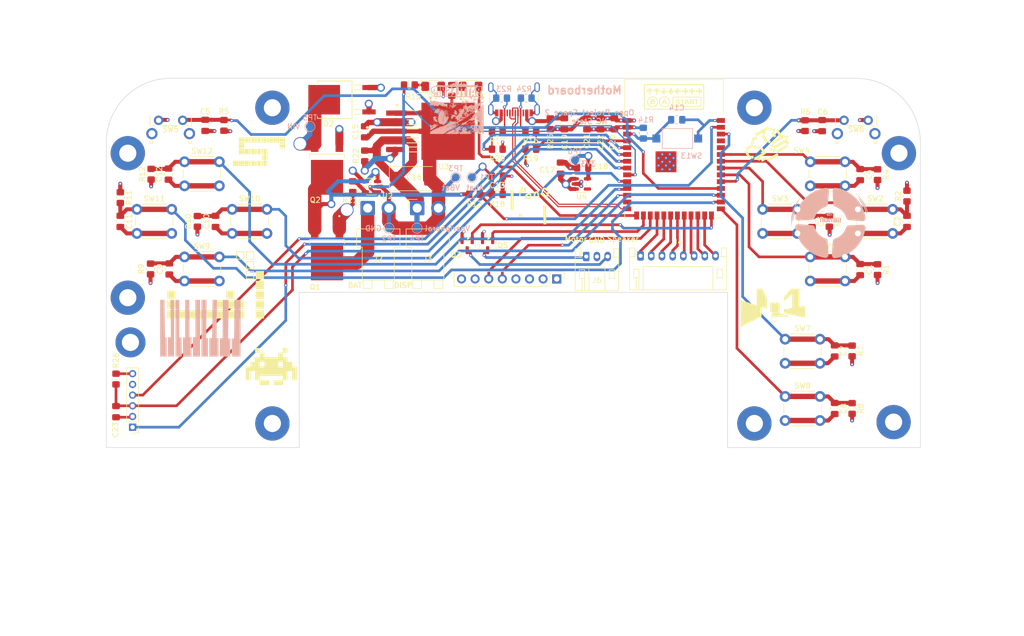
<source format=kicad_pcb>
(kicad_pcb (version 20241229) (generator "pcbnew") (generator_version "9.0")
  (layers (0 "F.Cu" signal) (4 "In1.Cu" power) (6 "In2.Cu" power) (2 "B.Cu" signal) (13 "F.Paste" user) (15 "B.Paste" user) (5 "F.SilkS" user "F.Silkscreen") (7 "B.SilkS" user "B.Silkscreen") (1 "F.Mask" user) (3 "B.Mask" user) (25 "Edge.Cuts" user))
  (net 0 "")
  (net 1 "A")
  (net 2 "GND")
  (net 3 "B")
  (net 4 "X")
  (net 5 "Y")
  (net 6 "Right")
  (net 7 "Up")
  (net 8 "Start")
  (net 9 "Select{slash}Boot")
  (net 10 "VBus")
  (net 11 "VIN")
  (net 12 "D+")
  (net 13 "CC1")
  (net 14 "D-")
  (net 15 "CC2")
  (net 16 "VPeripheral")
  (net 17 "Dis3")
  (net 18 "Dis7")
  (net 19 "Dis4")
  (net 20 "Dis6")
  (net 21 "Dis1")
  (net 22 "Dis2")
  (net 23 "Dis5")
  (net 24 "Dis8")
  (net 25 "VBat")
  (net 26 "+3V3")
  (net 27 "En")
  (net 28 "ABat")
  (net 29 "Motor")
  (net 30 "Speaker")
  (net 31 "Net-(J6-Pin_3)")
  (net 34 "Status LED")
  (net 35 "ChgStat")
  (net 36 "AY")
  (net 37 "SCL")
  (net 38 "SDA")
  (net 39 "Net-(J6-Pin_1)")
  (net 40 "ACC1")
  (net 41 "ACC2")
  (net 42 "AX")
  (net 43 "BLeft")
  (net 44 "BRight")
  (net 45 "Down")
  (net 46 "Left")
  (net 47 "Net-(D1-K)")
  (net 52 "Net-(J2-Pin_1)")
  (net 53 "Net-(U2-PROG)")
  (net 54 "Net-(U3-FB{slash}*PG)")
  (net 56 "StckBtn")
  (net 57 "Net-(D3-K)")
  (footprint "esp32_graphics:Pong" (layer "F.Cu") (at 91.1 35.7)
    (property "Reference" "G***" (hide yes))
    (property "Value" "LOGO" (hide yes))
  )
  (footprint "Button_Switch_THT:SW_PUSH_6mm" (layer "F.Cu") (at 143.435 27.595)
    (property "Reference" "SW4")
    (property "Value" "Y")
  )
  (footprint "MountingHole:MountingHole_3.2mm_M3_Pad" (layer "F.Cu") (at 133 76.5)
    (property "Reference" "H8" (hide yes))
    (property "Value" "DisplayMount")
  )
  (footprint "Resistor_SMD:R_0805_2012Metric_Pad1.20x1.40mm_HandSolder" (layer "F.Cu") (at 147 38.735 -90)
    (property "Reference" "R3")
    (property "Value" "10k")
  )
  (footprint "Button_Switch_THT:SW_PUSH_6mm" (layer "F.Cu") (at 134.545 36.485)
    (property "Reference" "SW3")
    (property "Value" "X")
  )
  (footprint "Capacitor_SMD:C_0805_2012Metric_Pad1.18x1.45mm_HandSolder" (layer "F.Cu") (at 14.605 38.735 -90)
    (property "Reference" "C11")
    (property "Value" "1uF")
  )
  (footprint "MountingHole:MountingHole_3.2mm_M3_Pad" (layer "F.Cu") (at 43 17.5)
    (property "Reference" "H5" (hide yes))
    (property "Value" "DisplayMount")
  )
  (footprint "Capacitor_SMD:C_0805_2012Metric_Pad1.18x1.45mm_HandSolder" (layer "F.Cu") (at 148 73.7 -90)
    (property "Reference" "C8")
    (property "Value" "1uF")
  )
  (footprint "Package_TO_SOT_SMD:SOT-23" (layer "F.Cu") (at 79.375 43.18 -90)
    (property "Reference" "Q3")
    (property "Value" "AO3400A")
  )
  (footprint "Resistor_SMD:R_0805_2012Metric_Pad1.20x1.40mm_HandSolder" (layer "F.Cu") (at 85 33.68125)
    (property "Reference" "R18")
    (property "Value" "1M")
  )
  (footprint "LED_SMD:LED_1206_3216Metric_Pad1.42x1.75mm_HandSolder" (layer "F.Cu") (at 80.01 13.5)
    (property "Reference" "D3")
    (property "Value" "StatusLED")
  )
  (footprint "Resistor_SMD:R_0805_2012Metric_Pad1.20x1.40mm_HandSolder" (layer "F.Cu") (at 156 47.75 -90)
    (property "Reference" "R1")
    (property "Value" "10k")
  )
  (footprint "Connector_JST:JST_VH_B2PS-VH_1x02_P3.96mm_Horizontal" (layer "F.Cu") (at 60.79 36.25)
    (property "Reference" "J2")
    (property "Value" "JST-VH")
  )
  (footprint "esp32_graphics:tetris" (layer "F.Cu") (at 32.4 47.7)
    (property "Reference" "G***" (hide yes))
    (property "Value" "LOGO" (hide yes))
  )
  (footprint "Capacitor_SMD:C_0805_2012Metric_Pad1.18x1.45mm_HandSolder" (layer "F.Cu") (at 96.825 28.7875 90)
    (property "Reference" "C17")
    (property "Value" "1uF")
  )
  (footprint "Capacitor_SMD:C_0805_2012Metric_Pad1.18x1.45mm_HandSolder" (layer "F.Cu") (at 100.9375 28.7 180)
    (property "Reference" "C18")
    (property "Value" "10uF")
  )
  (footprint "Capacitor_SMD:C_0805_2012Metric_Pad1.18x1.45mm_HandSolder" (layer "F.Cu") (at 32.385 38.735 -90)
    (property "Reference" "C10")
    (property "Value" "1uF")
  )
  (footprint "RF_Module:ESP32-S3-WROOM-1" (layer "F.Cu") (at 118 25.14)
    (property "Reference" "U1" (hide yes))
    (property "Value" "ESP32-S3-WROOM-1")
  )
  (footprint "LED_SMD:LED_1206_3216Metric_Pad1.42x1.75mm_HandSolder" (layer "F.Cu") (at 73.025 13.5)
    (property "Reference" "D1")
    (property "Value" "ChgLED")
  )
  (footprint "Capacitor_SMD:C_0805_2012Metric_Pad1.18x1.45mm_HandSolder" (layer "F.Cu") (at 152.75 30 -90)
    (property "Reference" "C4")
    (property "Value" "1uF")
  )
  (footprint "Button_Switch_THT:SW_PUSH_6mm" (layer "F.Cu") (at 17.705 36.485)
    (property "Reference" "SW11")
    (property "Value" "Left")
  )
  (footprint "MountingHole:MountingHole_3.2mm_M3_Pad" (layer "F.Cu") (at 43 76.5)
    (property "Reference" "H7" (hide yes))
    (property "Value" "DisplayMount")
  )
  (footprint "Resistor_SMD:R_0805_2012Metric_Pad1.20x1.40mm_HandSolder" (layer "F.Cu") (at 33.95 20.79182 -90)
    (property "Reference" "R5")
    (property "Value" "10k")
  )
  (footprint "Resistor_SMD:R_0805_2012Metric_Pad1.20x1.40mm_HandSolder" (layer "F.Cu") (at 80.75 33.68125)
    (property "Reference" "R13")
    (property "Value" "1M")
  )
  (footprint "esp32_graphics:Run" (layer "F.Cu") (at 136.5 55.3)
    (property "Reference" "G***" (hide yes))
    (property "Value" "LOGO" (hide yes))
  )
  (footprint "Button_Switch_THT:SW_PUSH_6mm" (layer "F.Cu") (at 143.435 45.375)
    (property "Reference" "SW1")
    (property "Value" "A")
  )
  (footprint "Package_TO_SOT_SMD:SOT-23" (layer "F.Cu") (at 83.185 43.18 -90)
    (property "Reference" "Q5")
    (property "Value" "AO3400A")
  )
  (footprint "Button_Switch_THT:SW_PUSH_6mm" (layer "F.Cu") (at 138.75 60.75)
    (property "Reference" "SW7")
    (property "Value" "Start")
  )
  (footprint "Capacitor_SMD:C_0805_2012Metric_Pad1.18x1.45mm_HandSolder" (layer "F.Cu") (at 23.6 29.9 -90)
    (property "Reference" "C12")
    (property "Value" "1uF")
  )
  (footprint "Resistor_SMD:R_0805_2012Metric_Pad1.20x1.40mm_HandSolder" (layer "F.Cu") (at 13.8 68.2 -90)
    (property "Reference" "R26")
    (property "Value" "10k")
  )
  (footprint "Capacitor_SMD:C_0805_2012Metric_Pad1.18x1.45mm_HandSolder" (layer "F.Cu") (at 143.75 38.75 -90)
    (property "Reference" "C3")
    (property "Value" "1uF")
  )
  (footprint "Resistor_SMD:R_0805_2012Metric_Pad1.20x1.40mm_HandSolder" (layer "F.Cu") (at 68.58 13.25)
    (property "Reference" "R15")
    (property "Value" "150")
  )
  (footprint "esp32_graphics:snake1" (layer "F.Cu") (at 42.175826 25.677032)
    (property "Reference" "G***" (hide yes))
    (property "Value" "LOGO" (hide yes))
  )
  (footprint "MountingHole:MountingHole_3.2mm_M3_Pad" (layer "F.Cu") (at 16 26)
    (property "Reference" "H1" (hide yes))
    (property "Value" "MountingHole")
  )
  (footprint "esp32_graphics:flappy" (layer "F.Cu") (at 135.3 24.4 30)
    (property "Reference" "G***" (hide yes))
    (property "Value" "LOGO" (hide yes))
  )
  (footprint "Resistor_SMD:R_0805_2012Metric_Pad1.20x1.40mm_HandSolder" (layer "F.Cu") (at 142.475 20.8455 -90)
    (property "Reference" "R6")
    (property "Value" "10k")
  )
  (footprint "Package_TO_SOT_SMD:SOT-23-5" (layer "F.Cu") (at 100.6875 31.7375)
    (property "Reference" "U4")
    (property "Value" "TLV75709PDBV")
  )
  (footprint "MountingHole:MountingHole_3.2mm_M3_Pad" (layer "F.Cu") (at 159 76.25)
    (property "Reference" "H3" (hide yes))
    (property "Value" "MountingHole")
  )
  (footprint "Connector_JST:JST_PH_S8B-PH-K_1x08_P2.00mm_Horizontal" (layer "F.Cu") (at 111.745 45.175)
    (property "Reference" "J4")
    (property "Value" "JST-PH")
  )
  (footprint "Capacitor_Tantalum_SMD:CP_EIA-7343-31_Kemet-D" (layer "F.Cu") (at 69.25 30.75)
    (property "Reference" "C16")
    (property "Value" "47uF")
  )
  (footprint "Resistor_SMD:R_0805_2012Metric_Pad1.20x1.40mm_HandSolder" (layer "F.Cu") (at 29 38.735 -90)
    (property "Reference" "R10")
    (property "Value" "10k")
  )
  (footprint "Capacitor_SMD:C_0805_2012Metric_Pad1.18x1.45mm_HandSolder" (layer "F.Cu") (at 101.75 20.5 90)
    (property "Reference" "C21")
    (property "Value" "1uF")
  )
  (footprint "Resistor_SMD:R_0805_2012Metric_Pad1.20x1.40mm_HandSolder" (layer "F.Cu") (at 151.25 73.7 -90)
    (property "Reference" "R8")
    (property "Value" "10k")
  )
  (footprint "Connector_USB:USB_C_Receptacle_G-Switch_GT-USB-7010ASV" (layer "F.Cu") (at 88.11 14.75 180)
    (property "Reference" "J5" (hide yes))
    (property "Value" "USB C 2.0")
  )
  (footprint "Capacitor_SMD:C_0805_2012Metric_Pad1.18x1.45mm_HandSolder" (layer "F.Cu") (at 104.25 20.5 90)
    (property "Reference" "C22")
    (property "Value" "10uF")
  )
  (footprint "esp32_handheld:konami" (layer "F.Cu") (at 118 15.4)
    (property "Reference" "G***" (hide yes))
    (property "Value" "LOGO" (hide yes))
  )
  (footprint "Resistor_SMD:R_0805_2012Metric_Pad1.20x1.40mm_HandSolder" (layer "F.Cu") (at 14.605 34.29 90)
    (property "Reference" "R11")
    (property "Value" "10k")
  )
  (footprint "esp32_handheld:KTT5_6P22X6P86" (layer "F.Cu") (at 75.652 21.900002 -90)
    (property "Reference" "U3")
    (property "Value" "TPS75533KTTRG3")
  )
  (footprint "Capacitor_SMD:C_0805_2012Metric_Pad1.18x1.45mm_HandSolder" (layer "F.Cu") (at 152.75 47.75 -90)
    (property "Reference" "C1")
    (property "Value" "1uF")
  )
  (footprint "Resistor_SMD:R_0805_2012Metric_Pad1.20x1.40mm_HandSolder" (layer "F.Cu") (at 156 30 -90)
    (property "Reference" "R4")
    (property "Value" "10k")
  )
  (footprint "Button_Switch_THT:SW_PUSH_6mm" (layer "F.Cu") (at 35.485 36.485)
    (property "Reference" "SW10")
    (property "Value" "Right")
  )
  (footprint "Capacitor_SMD:C_0805_2012Metric_Pad1.18x1.45mm_HandSolder" (layer "F.Cu") (at 30.45 20.79182 -90)
    (property "Reference" "C5")
    (property "Value" "1uF")
  )
  (footprint "Resistor_SMD:R_0805_2012Metric_Pad1.20x1.40mm_HandSolder" (layer "F.Cu") (at 91.25 25.25)
    (property "Reference" "R19")
    (property "Value" "100k")
  )
  (footprint "Connector_JST:JST_VH_B2PS-VH_1x02_P3.96mm_Horizontal" (layer "F.Cu") (at 70.04 36.25)
    (property "Reference" "J3")
    (property "Value" "JST-VH")
  )
  (footprint "Capacitor_SMD:C_0805_2012Metric_Pad1.18x1.45mm_HandSolder" (layer "F.Cu") (at 60.25 22 -90)
    (property "Reference" "C15")
    (property "Value" "1uF")
  )
  (footprint "esp32_handheld:TRANS_TSM7P06CP_ROG" (layer "F.Cu") (at 53.2 28.25 -90)
    (property "Reference" "Q2")
    (property "Value" "TSM7P06CP_ROG")
  )
  (footprint "MountingHole:MountingHole_3.2mm_M3_Pad" (layer "F.Cu") (at 160 26)
    (property "Reference" "H2" (hide yes))
    (property "Value" "MountingHole")
  )
  (footprint "Capacitor_SMD:C_0805_2012Metric_Pad1.18x1.45mm_HandSolder" (layer "F.Cu") (at 106.85 20.5 90)
    (property "Reference" "C20")
    (property "Value" "0.1uF")
  )
  (footprint "Resistor_SMD:R_0805_2012Metric_Pad1.20x1.40mm_HandSolder" (layer "F.Cu") (at 76.5 14.25 90)
    (property "Reference" "R27")
    (property "Value" "65")
  )
  (footprint "MountingHole:MountingHole_3.2mm_M3_Pad" (layer "F.Cu") (at 133 17.5)
    (property "Reference" "H6" (hide yes))
    (property "Value" "DisplayMount")
  )
  (footprint "Resistor_SMD:R_0805_2012Metric_Pad1.20x1.40mm_HandSolder" (layer "F.Cu") (at 20.25 47.625 -90)
    (property "Reference" "R9")
    (property "Value" "10k")
  )
  (footprint "Resistor_SMD:R_0805_2012Metric_Pad1.20x1.40mm_HandSolder" (layer "F.Cu") (at 161.5 34 90)
    (property "Reference" "R2")
    (property "Value" "10k")
  )
  (footprint "esp32_handheld:DPAK_Q03FN-M3_VIS" (layer "F.Cu") (at 54.6284 16 90)
    (property "Reference" "D2")
    (property "Value" "VS-6CWQ03FN-M3")
  )
  (footprint "Connector_JST:JST_PH_S3B-PH-K_1x03_P2.00mm_Horizontal" (layer "F.Cu") (at 101.6 45.3)
    (property "Reference" "J6")
    (property "Value" "Conn_01x03_Pin")
  )
  (footprint "Button_Switch_THT:SW_PUSH_6mm" (layer "F.Cu") (at 26.595 45.375)
    (property "Reference" "SW9")
    (property "Value" "Down")
  )
  (footprint "esp32_handheld:Adafruit_Joycon" (layer "F.Cu") (at 19.095 64.5 90)
    (property "Reference" "JY1")
    (property "Value" "~" (hide yes))
  )
  (footprint "Capacitor_SMD:C_0805_2012Metric_Pad1.18x1.45mm_HandSolder" (layer "F.Cu") (at 85 30.28125)
    (property "Reference" "C13")
    (property "Value" "0.1uF")
  )
  (footprint "Button_Switch_THT:SW_Tactile_SPST_Angled_PTS645Vx58-2LFS" (layer "F.Cu") (at 149.75 19.85)
    (property "Reference" "SW6")
    (property "Value" "RB")
  )
  (footprint "Capacitor_SMD:C_0805_2012Metric_Pad1.18x1.45mm_HandSolder" (layer "F.Cu") (at 161.5 38.735 -90)
    (property "Reference" "C2")
    (property "Value" "1uF")
  )
  (footprint "esp32_handheld:TRANS_TSM7P06CP_ROG" (layer "F.Cu") (at 53.2 44.25 -90)
    (property "Reference" "Q1")
    (property "Value" "TSM7P06CP_ROG")
  )
  (footprint "esp32_graphics:space_invader" (layer "F.Cu") (at 42.8 65.8)
    (property "Reference" "G***" (hide yes))
    (property "Value" "LOGO" (hide yes))
  )
  (footprint "Resistor_SMD:R_0805_2012Metric_Pad1.20x1.40mm_HandSolder" (layer "F.Cu") (at 151.25 62.95 -90)
    (property "Reference" "R7")
    (property "Value" "10k")
  )
  (footprint "Package_TO_SOT_SMD:SOT-23-5" (layer "F.Cu") (at 61.5 32.25 180)
    (property "Reference" "U2")
    (property "Value" "MCP73831-2-OT")
  )
  (footprint "Resistor_SMD:R_0805_2012Metric_Pad1.20x1.40mm_HandSolder" (layer "F.Cu") (at 85 25.25 180)
    (property "Reference" "R20")
    (property "Value" "100k")
  )
  (footprint "Capacitor_SMD:C_0805_2012Metric_Pad1.18x1.45mm_HandSolder" (layer "F.Cu") (at 145.65 20.8455 -90)
    (property "Reference" "C6")
    (property "Value" "1uF")
  )
  (footprint "Resistor_SMD:R_0805_2012Metric_Pad1.20x1.40mm_HandSolder" (layer "F.Cu") (at 58 32.25 -90)
    (property "Reference" "R21")
    (property "Value" "2k")
  )
  (footprint "Capacitor_SMD:C_0805_2012Metric_Pad1.18x1.45mm_HandSolder" (layer "F.Cu") (at 13.8 74.3 90)
    (property "Reference" "C23")
    (property "Value" "1uF")
  )
  (footprint "Button_Switch_THT:SW_PUSH_6mm" (layer "F.Cu") (at 26.595 27.595)
    (property "Reference" "SW12")
    (property "Value" "Up")
  )
  (footprint "Connector_PinHeader_2.54mm:PinHeader_1x08_P2.54mm_Vertical" (layer "F.Cu") (at 96.093657 49.490691 -90)
    (property "Reference" "J1" (hide yes))
    (property "Value" "IMU Connector")
  )
  (footprint "Resistor_SMD:R_0805_2012Metric_Pad1.20x1.40mm_HandSolder" (layer "F.Cu") (at 20.3575 29.9225 -90)
    (property "Reference" "R12")
    (property "Value" "10k")
  )
  (footprint "Resistor_SMD:R_0805_2012Metric_Pad1.20x1.40mm_HandSolder" (layer "F.Cu") (at 91.25 22 180)
    (property "Reference" "R16")
    (property "Value" "100k")
  )
  (footprint "Button_Switch_THT:SW_PUSH_6mm" (layer "F.Cu") (at 138.75 71.45)
    (property "Reference" "SW8")
    (property "Value" "Select")
  )
  (footprint "MountingHole:MountingHole_3.2mm_M3_Pad" (layer "F.Cu") (at 16 53)
    (property "Reference" "H4" (hide yes))
    (property "Value" "MountingHole")
  )
  (footprint "Resistor_SMD:R_0805_2012Metric_Pad1.20x1.40mm_HandSolder" (layer "F.Cu") (at 60.25 26.5 90)
    (property "Reference" "R22")
    (property "Value" "100k")
  )
  (footprint "Capacitor_SMD:C_0805_2012Metric_Pad1.18x1.45mm_HandSolder" (layer "F.Cu") (at 23.75 47.625 -90)
    (property "Reference" "C9")
    (property "Value" "1uF")
  )
  (footprint "Capacitor_SMD:C_0805_2012Metric_Pad1.18x1.45mm_HandSolder" (layer "F.Cu") (at 148 62.95 -90)
    (property "Reference" "C7")
    (property "Value" "1uF")
  )
  (footprint "Resistor_SMD:R_0805_2012Metric_Pad1.20x1.40mm_HandSolder" (layer "F.Cu") (at 85 22)
    (property "Reference" "R17")
    (property "Value" "100k")
  )
  (footprint "Resistor_SMD:R_0805_2012Metric_Pad1.20x1.40mm_HandSolder" (layer "F.Cu") (at 94.9 20.5 -90)
    (property "Reference" "R25")
    (property "Value" "10k")
  )
  (footprint "Button_Switch_THT:SW_PUSH_6mm" (layer "F.Cu") (at 152.325 36.485)
    (property "Reference" "SW2")
    (property "Value" "B")
  )
  (footprint "Button_Switch_THT:SW_Tactile_SPST_Angled_PTS645Vx58-2LFS" (layer "F.Cu") (at 21.75 19.85)
    (property "Reference" "SW5")
    (property "Value" "LB")
  )
  (footprint "Capacitor_SMD:C_0805_2012Metric_Pad1.18x1.45mm_HandSolder" (layer "F.Cu") (at 97.5 20.5 -90)
    (property "Reference" "C19")
    (property "Value" "1uF")
  )
  (footprint "Resistor_SMD:R_0805_2012Metric_Pad1.20x1.40mm_HandSolder" (layer "B.Cu") (at 112.25 22.25 90)
    (property "Reference" "R14")
    (property "Value" "10k")
  )
  (footprint "TestPoint:TestPoint_Pad_D1.5mm" (layer "B.Cu") (at 77.25 30.5 180)
    (property "Reference" "TP3")
    (property "Value" "VBat")
  )
  (footprint "TestPoint:TestPoint_Pad_D1.5mm" (layer "B.Cu") (at 99.5 27.305 180)
    (property "Reference" "TP6")
    (property "Value" "3V3")
  )
  (footprint "esp32_graphics:Simon" (layer "B.Cu") (at 147.2 39.05 180)
    (property "Reference" "G***" (hide yes))
    (property "Value" "LOGO" (hide yes))
  )
  (footprint "TestPoint:TestPoint_Pad_D1.5mm" (layer "B.Cu") (at 50 21 180)
    (property "Reference" "TP5")
    (property "Value" "VIN")
  )
  (footprint "Resistor_SMD:R_0805_2012Metric_Pad1.20x1.40mm_HandSolder" (layer "B.Cu") (at 90.4 15.7 180)
    (property "Reference" "R24")
    (property "Value" "5.1k")
  )
  (footprint "TestPoint:TestPoint_Pad_D1.5mm" (layer "B.Cu") (at 64.75 40 180)
    (property "Reference" "TP2")
    (property "Value" "GND")
  )
  (footprint "Resistor_SMD:R_0805_2012Metric_Pad1.20x1.40mm_HandSolder" (layer "B.Cu") (at 85.8 15.7)
    (property "Reference" "R23")
    (property "Value" "5.1k")
  )
  (footprint "Button_Switch_SMD:SW_SPST_CK_RS282G05A3" (layer "B.Cu") (at 118.6 23.25)
    (property "Reference" "SW13")
    (property "Value" "Reset")
  )
  (footprint "TestPoint:TestPoint_Pad_D1.5mm" (layer "B.Cu") (at 70 40 180)
    (property "Reference" "TP4")
    (property "Value" "VDisplay")
  )
  (footprint "Capacitor_SMD:C_0805_2012Metric_Pad1.18x1.45mm_HandSolder" (layer "B.Cu") (at 118.5 19.75)
    (property "Reference" "C14")
    (property "Value" "1uF")
  )
  (footprint "esp32_graphics:Battleship" (layer "B.Cu") (at 77.45 17.4 180)
    (property "Reference" "G***" (hide yes))
    (property "Value" "LOGO" (hide yes))
  )
  (footprint "esp32_graphics:Piano" (layer "B.Cu") (at 29.55 60.9 180)
    (property "Reference" "G***" (hide yes))
    (property "Value" "LOGO" (hide yes))
  )
  (footprint "TestPoint:TestPoint_Pad_D1.5mm" (layer "B.Cu") (at 80.25 30.5 180)
    (property "Reference" "TP1")
    (property "Value" "ABat")
  )
  (gr_line (start 164 24) (end 164 81) (stroke (width 0.1)) (layer "Edge.Cuts"))
  (gr_line (start 12 81) (end 12 23.75) (stroke (width 0.1)) (layer "Edge.Cuts"))
  (gr_line (start 164 81) (end 128 81) (stroke (width 0.1)) (layer "Edge.Cuts"))
  (gr_line (start 48 52) (end 48 81) (stroke (width 0.1)) (layer "Edge.Cuts"))
  (gr_arc (start 12 23.75) (mid 15.601731 15.424945) (end 24 11.997396) (stroke (width 0.1)) (layer "Edge.Cuts"))
  (gr_arc (start 152 12) (mid 160.485281 15.514719) (end 164 24) (stroke (width 0.1)) (layer "Edge.Cuts"))
  (gr_line (start 128 81) (end 128 52) (stroke (width 0.1)) (layer "Edge.Cuts"))
  (gr_line (start 48 81) (end 12 81) (stroke (width 0.1)) (layer "Edge.Cuts"))
  (gr_line (start 128 52) (end 48 52) (stroke (width 0.1)) (layer "Edge.Cuts"))
  (gr_line (start 24 11.997396) (end 152 11.997396) (stroke (width 0.1)) (layer "Edge.Cuts"))
  (gr_text "GND" (at 101.945613 42.860151 0) (layer "F.SilkS") (effects (font (size 1 1) (thickness 0.17) (bold yes)) (justify left bottom)))
  (gr_text "Speaker" (at 105.397545 42.60952 0) (layer "F.SilkS") (effects (font (size 1 1) (thickness 0.17) (bold yes)) (justify left bottom)))
  (gr_text "BAT" (at 57 51.25 0) (layer "F.SilkS") (effects (font (size 1 1) (thickness 0.17) (bold yes)) (justify left bottom)))
  (gr_text "DISP" (at 65.57 51.26 0) (layer "F.SilkS") (effects (font (size 1 1) (thickness 0.2) (bold yes)) (justify left bottom)))
  (gr_text "Motor" (at 97.499329 42.661586 0) (layer "F.SilkS") (effects (font (size 1 1) (thickness 0.17) (bold yes)) (justify left bottom)))
  (gr_text "Vperipheral" (at 80.01 40.64 0) (layer "B.SilkS") (effects (font (size 1 1) (thickness 0.17) (bold yes)) (justify left bottom mirror)))
  (gr_text "Motherboard" (at 108.4 15.1 -0) (layer "B.SilkS") (effects (font (size 1.5 1.5) (thickness 0.3) (bold yes)) (justify left bottom mirror)))
  (gr_text "VBat" (at 78.105 33.02 0) (layer "B.SilkS") (effects (font (size 1 1) (thickness 0.17) (bold yes)) (justify left bottom mirror)))
  (gr_text "Open Project Space 2\nNC State" (at 102.2 20.6 0) (layer "B.SilkS") (effects (font (size 1 1) (thickness 0.17) (bold yes)) (justify bottom mirror)))
  (gr_text "3V3" (at 103.505 28.575 0) (layer "B.SilkS") (effects (font (size 1 1) (thickness 0.17) (bold yes)) (justify left bottom mirror)))
  (gr_text "VIN" (at 48.26 21.59 0) (layer "B.SilkS") (effects (font (size 1 1) (thickness 0.17) (bold yes)) (justify left bottom mirror)))
  (gr_text "GND" (at 63.5 40.64 0) (layer "B.SilkS") (effects (font (size 1 1) (thickness 0.17) (bold yes)) (justify left bottom mirror)))
  (gr_text "Abat" (at 82.55 33.02 0) (layer "B.SilkS") (effects (font (size 1 1) (thickness 0.17) (bold yes)) (justify left bottom mirror)))
  (segment (start 149.935 45.375) (end 143.435 45.375) (width 1) (layer "F.Cu") (net 1))
  (segment (start 149.935 45.375) (end 151.4125 45.375) (width 0.75) (layer "F.Cu") (net 1))
  (segment (start 130.29 30.04) (end 132 31.75) (width 0.5) (layer "F.Cu") (net 1))
  (segment (start 126.75 30.04) (end 130.29 30.04) (width 0.5) (layer "F.Cu") (net 1))
  (segment (start 151.4125 45.375) (end 152.75 46.7125) (width 0.75) (layer "F.Cu") (net 1))
  (segment (start 152.75 46.7125) (end 155.9625 46.7125) (width 0.75) (layer "F.Cu") (net 1))
  (segment (start 133.875 45.375) (end 143.435 45.375) (width 0.5) (layer "F.Cu") (net 1))
  (segment (start 132 31.75) (end 132 43.5) (width 0.5) (layer "F.Cu") (net 1))
  (segment (start 132 43.5) (end 133.875 45.375) (width 0.5) (layer "F.Cu") (net 1))
  (segment (start 155.9625 46.7125) (end 156 46.75) (width 0.75) (layer "F.Cu") (net 1))
  (segment (start 145.25 65.25) (end 146.7375 65.25) (width 0.75) (layer "F.Cu") (net 2))
  (segment (start 96.825 27.75) (end 97.6875 27.75) (width 1) (layer "F.Cu") (net 2))
  (segment (start 138.75 65.25) (end 145.25 65.25) (width 1) (layer "F.Cu") (net 2))
  (segment (start 26.595 32.095) (end 33.095 32.095) (width 1) (layer "F.Cu") (net 2))
  (segment (start 64.75 36.25) (end 64.75 38.75) (width 2.5) (layer "F.Cu") (net 2))
  (segment (start 26.595 49.875) (end 24.9625 49.875) (width 0.75) (layer "F.Cu") (net 2))
  (segment (start 60.7125 23.0375) (end 60.25 23.0375) (width 1) (layer "F.Cu") (net 2))
  (segment (start 84.91 18.475) (end 84.39 18.475) (width 0.5) (layer "F.Cu") (net 2))
  (segment (start 24.7575 32.095) (end 23.6 30.9375) (width 0.75) (layer "F.Cu") (net 2))
  (segment (start 62.6375 32.25) (end 63.380876 32.25) (width 0.75) (layer "F.Cu") (net 2))
  (segment (start 97.4625 21.5) (end 97.5 21.5375) (width 0.75) (layer "F.Cu") (net 2))
  (segment (start 74 32.38) (end 72.37 30.75) (width 2.5) (layer "F.Cu") (net 2))
  (segment (start 76.5 21.204402) (end 75.8044 21.900002) (width 0.5) (layer "F.Cu") (net 2))
  (segment (start 63.380876 32.25) (end 64.75 33.619124) (width 0.75) (layer "F.Cu") (net 2))
  (segment (start 146.7375 65.25) (end 148 63.9875) (width 0.75) (layer "F.Cu") (net 2))
  (segment (start 41.985 40.985) (end 35.485 40.985) (width 1) (layer "F.Cu") (net 2))
  (segment (start 66 21.900002) (end 61.849998 21.900002) (width 1) (layer "F.Cu") (net 2))
  (segment (start 58 33.25) (end 58 35.5) (width 0.75) (layer "F.Cu") (net 2))
  (segment (start 26.595 49.875) (end 33.095 49.875) (width 1) (layer "F.Cu") (net 2))
  (segment (start 90.25 27.95) (end 90.25 25.25) (width 0.5) (layer "F.Cu") (net 2))
  (segment (start 160.2875 40.985) (end 161.5 39.7725) (width 0.75) (layer "F.Cu") (net 2))
  (segment (start 154.1295 19.883) (end 154.25 19.7625) (width 0.75) (layer "F.Cu") (net 2))
  (segment (start 106.85 19.4625) (end 101.75 19.4625) (width 0.75) (layer "F.Cu") (net 2))
  (segment (start 74 38.159188) (end 74 36.25) (width 2.5) (layer "F.Cu") (net 2))
  (segment (start 142.5525 40.985) (end 143.75 39.7875) (width 0.75) (layer "F.Cu") (net 2))
  (segment (start 91.83 18.475) (end 92.43 17.875) (width 0.5) (layer "F.Cu") (net 2))
  (segment (start 13.8 75.3375) (end 16.7575 75.3375) (width 0.5) (layer "F.Cu") (net 2))
  (segment (start 125.62 19.88) (end 126.75 19.88) (width 0.5) (layer "F.Cu") (net 2))
  (segment (start 100.278125 20.078125) (end 98.81875 21.5375) (width 0.75) (layer "F.Cu") (net 2))
  (segment (start 33.5975 40.985) (end 32.385 39.7725) (width 0.75) (layer "F.Cu") (net 2))
  (segment (start 23.45 19.77132) (end 21.82868 19.77132) (width 0.75) (layer "F.Cu") (net 2))
  (segment (start 152.7 19.8) (end 154.2125 19.8) (width 0.75) (layer "F.Cu") (net 2))
  (segment (start 144.155 21.883) (end 145.65 21.883) (width 0.75) (layer "F.Cu") (net 2))
  (segment (start 84.39 18.475) (end 83.79 17.875) (width 0.5) (layer "F.Cu") (net 2))
  (segment (start 90.6 28.3) (end 90.25 27.95) (width 0.5) (layer "F.Cu") (net 2))
  (segment (start 35.485 40.985) (end 33.5975 40.985) (width 0.75) (layer "F.Cu") (net 2))
  (segment (start 86 30.31875) (end 86.0375 30.28125) (width 0.5) (layer "F.Cu") (net 2))
  (segment (start 55.5 40.25) (end 55.5 38) (width 2.5) (layer "F.Cu") (net 2))
  (segment (start 107.2675 19.88) (end 106.85 19.4625) (width 0.75) (layer "F.Cu") (net 2))
  (segment (start 91.31 18.475) (end 91.83 18.475) (width 0.5) (layer "F.Cu") (net 2))
  (segment (start 16.7575 75.3375) (end 16.895 75.2) (width 0.5) (layer "F.Cu") (net 2))
  (segment (start 17.705 40.985) (end 15.8175 40.985) (width 0.75) (layer "F.Cu") (net 2))
  (segment (start 72.37 30.75) (end 72.37 25.334402) (width 2.5) (layer "F.Cu") (net 2))
  (segment (start 32.1875 21.85432) (end 30.6925 21.85432) (width 0.75) (layer "F.Cu") (net 2))
  (segment (start 21.82868 19.77132) (end 21.75 19.85) (width 0.75) (layer "F.Cu") (net 2))
  (segment (start 141.045 40.985) (end 134.545 40.985) (width 1) (layer "F.Cu") (net 2))
  (segment (start 100.278125 20.078125) (end 100.89375 19.4625) (width 0.75) (layer "F.Cu") (net 2))
  (segment (start 87.68125 30.28125) (end 87.7 30.3) (width 0.5) (layer "F.Cu") (net 2))
  (segment (start 100.89375 19.4625) (end 101.75 19.4625) (width 0.75) (layer "F.Cu") (net 2))
  (segment (start 109.25 19.88) (end 107.2675 19.88) (width 0.75) (layer "F.Cu") (net 2))
  (segment (start 74 36.25) (end 74 32.38) (width 2.5) (layer "F.Cu") (net 2))
  (segment (start 86.0375 30.28125) (end 87.68125 30.28125) (width 0.5) (layer "F.Cu") (net 2))
  (segment (start 138.75 75.95) (end 145.25 75.95) (width 1) (layer "F.Cu") (net 2))
  (segment (start 100.293376 31.7375) (end 100.6875 31.343376) (width 0.75) (layer "F.Cu") (net 2))
  (segment (start 97.6875 27.75) (end 98.6375 28.7) (width 1) (layer "F.Cu") (net 2))
  (segment (start 94.9 21.5) (end 97.4625 21.5) (width 0.75) (layer "F.Cu") (net 2))
  (segment (start 154.2125 19.8) (end 154.25 19.7625) (width 0.75) (layer "F.Cu") (net 2))
  (segment (start 98.81875 21.5375) (end 97.9 21.5375) (width 0.75) (layer "F.Cu") (net 2))
  (segment (start 61.849998 21.900002) (end 60.7125 23.0375) (width 1) (layer "F.Cu") (net 2))
  (segment (start 72.404399 18.500001) (end 75.8044 21.900002) (width 1) (layer "F.Cu") (net 2))
  (segment (start 24.9625 49.875) (end 23.75 48.6625) (width 0.75) (layer "F.Cu") (net 2))
  (segment (start 158.825 40.985) (end 152.325 40.985) (width 1) (layer "F.Cu") (net 2))
  (segment (start 149.935 49.875) (end 151.6625 49.875) (width 0.75) (layer "F.Cu") (net 2))
  (segment (start 99.55 31.7375) (end 100.293376 31.7375) (width 0.75) (layer "F.Cu") (net 2))
  (segment (start 141.045 40.985) (end 142.5525 40.985) (width 0.75) (layer "F.Cu") (net 2))
  (segment (start 109.25 19.88) (end 110.55 19.88) (width 0.75) (layer "F.Cu") (net 2))
  (segment (start 146.7875 75.95) (end 148 74.7375) (width 0.75) (layer "F.Cu") (net 2))
  (segment (start 72.37 25.334402) (end 75.8044 21.900002) (width 2.5) (layer "F.Cu") (net 2))
  (segment (start 66 21.900002) (end 75.8044 21.900002) (width 1) (layer "F.Cu") (net 2))
  (segment (start 151.6925 32.095) (end 152.75 31.0375) (width 0.75) (layer "F.Cu") (net 2))
  (segment (start 143.435 32.095) (end 149.935 32.095) (width 1) (layer "F.Cu") (net 2))
  (segment (start 66 40) (end 72.159188 40) (width 2.5) (layer "F.Cu") (net 2))
  (segment (start 86 25.25) (end 86 23.9) (width 0.5) (layer "F.Cu") (net 2))
  (segment (start 86 33.68125) (end 86 30.31875) (width 0.75) (layer "F.Cu") (net 2))
  (segment (start 99.9 28.7) (end 98.6375 28.7) (width 1) (layer "F.Cu") (net 2))
  (segment (start 151.6625 49.875) (end 152.75 48.7875) (width 0.75) (layer "F.Cu") (net 2))
  (segment (start 145.25 75.95) (end 146.7875 75.95) (width 0.75) (layer "F.Cu") (net 2))
  (segment (start 149.935 32.095) (end 151.6925 32.095) (width 0.75) (layer "F.Cu") (net 2))
  (segment (start 158.825 40.985) (end 160.2875 40.985) (width 0.75) (layer "F.Cu") (net 2))
  (segment (start 64.75 38.75) (end 66 40) (width 2.5) (layer "F.Cu") (net 2))
  (segment (start 72.159188 40) (end 74 38.159188) (width 2.5) (layer "F.Cu") (net 2))
  (segment (start 15.8175 40.985) (end 14.605 39.7725) (width 0.75) (layer "F.Cu") (net 2))
  (segment (start 100.293376 31.7375) (end 100.6875 32.131624) (width 0.75) (layer "F.Cu") (net 2))
  (segment (start 76.5 15.25) (end 76.5 21.204402) (width 0.5) (layer "F.Cu") (net 2))
  (segment (start 24.205 40.985) (end 17.705 40.985) (width 1) (layer "F.Cu") (net 2))
  (segment (start 154.25 19.7625) (end 154.225 19.7625) (width 0.75) (layer "F.Cu") (net 2))
  (segment (start 64.75 33.619124) (end 64.75 36.25) (width 0.75) (layer "F.Cu") (net 2))
  (segment (start 66 18.500001) (end 72.404399 18.500001) (width 1) (layer "F.Cu") (net 2))
  (segment (start 149.935 49.875) (end 143.435 49.875) (width 1) (layer "F.Cu") (net 2))
  (segment (start 58 35.5) (end 56.9 36.6) (width 0.75) (layer "F.Cu") (net 2))
  (segment (start 26.595 32.095) (end 24.7575 32.095) (width 0.75) (layer "F.Cu") (net 2))
  (segment (start 55.5 38) (end 56.9 36.6) (width 2.5) (layer "F.Cu") (net 2))
  (via (at 100.278125 20.078125) (size 0.6) (drill 0.3) (layers "F.Cu" "B.Cu") (net 2))
  (via (at 105.6 19.4625) (size 0.6) (drill 0.3) (layers "F.Cu" "B.Cu") (net 2))
  (via (at 103 19.4625) (size 0.6) (drill 0.3) (layers "F.Cu" "B.Cu") (net 2))
  (via (at 90.6 28.3) (size 0.6) (drill 0.3) (layers "F.Cu" "B.Cu") (net 2))
  (via (at 32.1875 21.85432) (size 0.6) (drill 0.3) (layers "F.Cu" "B.Cu") (net 2))
  (via (at 87.7 30.3) (size 0.6) (drill 0.3) (layers "F.Cu" "B.Cu") (net 2))
  (via (at 152.7 19.8) (size 0.6) (drill 0.3) (layers "F.Cu" "B.Cu") (net 2))
  (via (at 96.25 21.5) (size 0.6) (drill 0.3) (layers "F.Cu" "B.Cu") (net 2))
  (via (at 98.6375 28.7) (size 0.6) (drill 0.3) (layers "F.Cu" "B.Cu") (net 2))
  (via (at 56.9 36.6) (size 2.5) (drill 2.2) (layers "F.Cu" "B.Cu") (net 2))
  (via (at 108.1 19.88) (size 0.6) (drill 0.3) (layers "F.Cu" "B.Cu") (net 2))
  (via (at 110.55 19.88) (size 0.6) (drill 0.3) (layers "F.Cu" "B.Cu") (net 2))
  (via (at 100.6875 31.343376) (size 0.6) (drill 0.3) (layers "F.Cu" "B.Cu") (net 2))
  (via (at 144.155 21.883) (size 0.6) (drill 0.3) (layers "F.Cu" "B.Cu") (net 2))
  (via (at 86 31.93125) (size 0.6) (drill 0.3) (layers "F.Cu" "B.Cu") (net 2))
  (via (at 23.45 19.77132) (size 0.6) (drill 0.3) (layers "F.Cu" "B.Cu") (net 2))
  (via (at 100.6875 32.131624) (size 0.6) (drill 0.3) (layers "F.Cu" "B.Cu") (net 2))
  (via (at 86 23.9) (size 0.6) (drill 0.3) (layers "F.Cu" "B.Cu") (net 2))
  (via (at 125.62 19.88) (size 0.6) (drill 0.3) (layers "F.Cu" "B.Cu") (net 2))
  (segment (start 64.75 36.25) (end 64.75 40) (width 0.75) (layer "B.Cu") (net 2))
  (segment (start 119.5375 19.75) (end 122.5 19.75) (width 0.5) (layer "B.Cu") (net 2))
  (segment (start 84.8 15.7) (end 84.8 14.685) (width 0.25) (layer "B.Cu") (net 2))
  (segment (start 123.625 20.875) (end 124.62 19.88) (width 0.5) (layer "B.Cu") (net 2))
  (segment (start 91.4 15.7) (end 91.4 14.705) (width 0.25) (layer "B.Cu") (net 2))
  (segment (start 91.4 14.705) (end 92.43 13.675) (width 0.25) (layer "B.Cu") (net 2))
  (segment (start 91.4 15.7) (end 92.43 16.73) (width 0.25) (layer "B.Cu") (net 2))
  (segment (start 124.62 19.88) (end 125.62 19.88) (width 0.5) (layer "B.Cu") (net 2))
  (segment (start 84.8 14.685) (end 83.79 13.675) (width 0.25) (layer "B.Cu") (net 2))
  (segment (start 84.8 15.7) (end 83.79 16.71) (width 0.25) (layer "B.Cu") (net 2))
  (segment (start 92.43 16.73) (end 92.43 17.875) (width 0.25) (layer "B.Cu") (net 2))
  (segment (start 122.5 22) (end 123.625 20.875) (width 0.5) (layer "B.Cu") (net 2))
  (segment (start 122.5 23.25) (end 122.5 22) (width 0.5) (layer "B.Cu") (net 2))
  (segment (start 83.79 16.71) (end 83.79 17.875) (width 0.25) (layer "B.Cu") (net 2))
  (segment (start 122.5 19.75) (end 123.625 20.875) (width 0.5) (layer "B.Cu") (net 2))
  (segment (start 158.825 36.485) (end 160.2875 36.485) (width 0.75) (layer "F.Cu") (net 3))
  (segment (start 158.825 36.485) (end 152.325 36.485) (width 1) (layer "F.Cu") (net 3))
  (segment (start 160.2875 36.485) (end 161.5 37.6975) (width 0.75) (layer "F.Cu") (net 3))
  (segment (start 126.75 27.5) (end 135.25 27.5) (width 0.5) (layer "F.Cu") (net 3))
  (segment (start 135.25 27.5) (end 143 35.25) (width 0.5) (layer "F.Cu") (net 3))
  (segment (start 161.5 35) (end 161.5 37.6975) (width 0.75) (layer "F.Cu") (net 3))
  (segment (start 151.09 35.25) (end 152.325 36.485) (width 0.5) (layer "F.Cu") (net 3))
  (segment (start 143 35.25) (end 151.09 35.25) (width 0.5) (layer "F.Cu") (net 3))
  (segment (start 142.5225 36.485) (end 143.75 37.7125) (width 0.75) (layer "F.Cu") (net 4))
  (segment (start 146.685 37.735) (end 147 37.735) (width 0.75) (layer "F.Cu") (net 4))
  (segment (start 141.045 36.485) (end 142.5225 36.485) (width 0.75) (layer "F.Cu") (net 4))
  (segment (start 134.545 36.485) (end 141.045 36.485) (width 1) (layer "F.Cu") (net 4))
  (segment (start 132.02 28.77) (end 134.545 31.295) (width 0.5) (layer "F.Cu") (net 4))
  (segment (start 126.75 28.77) (end 132.02 28.77) (width 0.5) (layer "F.Cu") (net 4))
  (segment (start 146.6625 37.7125) (end 146.685 37.735) (width 0.75) (layer "F.Cu") (net 4))
  (segment (start 143.75 37.7125) (end 146.6625 37.7125) (width 0.75) (layer "F.Cu") (net 4))
  (segment (start 134.545 31.295) (end 134.545 36.485) (width 0.5) (layer "F.Cu") (net 4))
  (segment (start 142.07 26.23) (end 143.435 27.595) (width 0.5) (layer "F.Cu") (net 5))
  (segment (start 151.3825 27.595) (end 152.75 28.9625) (width 0.75) (layer "F.Cu") (net 5))
  (segment (start 155.9625 28.9625) (end 156 29) (width 0.75) (layer "F.Cu") (net 5))
  (segment (start 152.75 28.9625) (end 155.9625 28.9625) (width 0.75) (layer "F.Cu") (net 5))
  (segment (start 149.935 27.595) (end 151.3825 27.595) (width 0.75) (layer "F.Cu") (net 5))
  (segment (start 143.435 27.595) (end 149.935 27.595) (width 1) (layer "F.Cu") (net 5))
  (segment (start 126.75 26.23) (end 142.07 26.23) (width 0.5) (layer "F.Cu") (net 5))
  (segment (start 33.5975 36.485) (end 32.385 37.6975) (width 0.75) (layer "F.Cu") (net 6))
  (segment (start 35.485 36.485) (end 33.5975 36.485) (width 0.75) (layer "F.Cu") (net 6))
  (segment (start 41.985 36.485) (end 35.485 36.485) (width 1) (layer "F.Cu") (net 6))
  (segment (start 32.3475 37.735) (end 32.385 37.6975) (width 0.25) (layer "F.Cu") (net 6))
  (segment (start 107.75 31.25) (end 109.19 31.25) (width 0.5) (layer "F.Cu") (net 6))
  (segment (start 109.19 31.25) (end 109.25 31.31) (width 0.5) (layer "F.Cu") (net 6))
  (segment (start 29 37.735) (end 32.3475 37.735) (width 0.75) (layer "F.Cu") (net 6))
  (via (at 107.75 31.25) (size 0.6) (drill 0.3) (layers "F.Cu" "B.Cu") (net 6))
  (segment (start 47.85 45.6) (end 45.5 43.25) (width 0.5) (layer "B.Cu") (net 6))
  (segment (start 106.25 29.75) (end 96.5 29.75) (width 0.5) (layer "B.Cu") (net 6))
  (segment (start 92.5 33.75) (end 84.5 33.75) (width 0.5) (layer "B.Cu") (net 6))
  (segment (start 107.75 31.25) (end 106.25 29.75) (width 0.5) (layer "B.Cu") (net 6))
  (segment (start 96.5 29.75) (end 92.5 33.75) (width 0.5) (layer "B.Cu") (net 6))
  (segment (start 45.5 37.75) (end 44.235 36.485) (width 0.5) (layer "B.Cu") (net 6))
  (segment (start 45.5 43.25) (end 45.5 37.75) (width 0.5) (layer "B.Cu") (net 6))
  (segment (start 44.235 36.485) (end 41.985 36.485) (width 0.5) (layer "B.Cu") (net 6))
  (segment (start 72.65 45.6) (end 47.85 45.6) (width 0.5) (layer "B.Cu") (net 6))
  (segment (start 84.5 33.75) (end 72.65 45.6) (width 0.5) (layer "B.Cu") (net 6))
  (segment (start 26.595 27.595) (end 33.095 27.595) (width 1) (layer "F.Cu") (net 7))
  (segment (start 20.3575 28.9225) (end 23.54 28.9225) (width 0.75) (layer "F.Cu") (net 7))
  (segment (start 107.75 32.75) (end 109.08 32.75) (width 0.5) (layer "F.Cu") (net 7))
  (segment (start 26.595 27.595) (end 24.8675 27.595) (width 0.75) (layer "F.Cu") (net 7))
  (segment (start 24.8675 27.595) (end 23.6 28.8625) (width 0.75) (layer "F.Cu") (net 7))
  (segment (start 109.08 32.75) (end 109.25 32.58) (width 0.5) (layer "F.Cu") (net 7))
  (segment (start 23.795 28.6675) (end 23.6 28.8625) (width 0.25) (layer "F.Cu") (net 7))
  (segment (start 23.54 28.9225) (end 23.6 28.8625) (width 0.75) (layer "F.Cu") (net 7))
  (via (at 107.75 32.75) (size 0.6) (drill 0.3) (layers "F.Cu" "B.Cu") (net 7))
  (segment (start 38.75 33.25) (end 38.75 42.5) (width 0.5) (layer "B.Cu") (net 7))
  (segment (start 78.25 42) (end 97.75 42) (width 0.5) (layer "B.Cu") (net 7))
  (segment (start 38.75 42.5) (end 43 46.75) (width 0.5) (layer "B.Cu") (net 7))
  (segment (start 73.5 46.75) (end 78.25 42) (width 0.5) (layer "B.Cu") (net 7))
  (segment (start 33.095 27.595) (end 38.75 33.25) (width 0.5) (layer "B.Cu") (net 7))
  (segment (start 97.75 42) (end 107 32.75) (width 0.5) (layer "B.Cu") (net 7))
  (segment (start 107 32.75) (end 107.75 32.75) (width 0.5) (layer "B.Cu") (net 7))
  (segment (start 43 46.75) (end 73.5 46.75) (width 0.5) (layer "B.Cu") (net 7))
  (segment (start 151.2125 61.9125) (end 151.25 61.95) (width 0.75) (layer "F.Cu") (net 8))
  (segment (start 138.75 60.75) (end 145.25 60.75) (width 1) (layer "F.Cu") (net 8))
  (segment (start 126.75 22.42) (end 128.25 22.42) (width 0.5) (layer "F.Cu") (net 8))
  (segment (start 148 61.9125) (end 151.2125 61.9125) (width 0.75) (layer "F.Cu") (net 8))
  (segment (start 146.8375 60.75) (end 148 61.9125) (width 0.75) (layer "F.Cu") (net 8))
  (segment (start 145.25 60.75) (end 146.8375 60.75) (width 0.75) (layer "F.Cu") (net 8))
  (via (at 128.25 22.42) (size 0.6) (drill 0.3) (layers "F.Cu" "B.Cu") (net 8))
  (segment (start 130.81 52.81) (end 138.75 60.75) (width 0.5) (layer "B.Cu") (net 8))
  (segment (start 128.25 24.5) (end 126.75 26) (width 0.5) (layer "B.Cu") (net 8))
  (segment (start 128.25 22.42) (end 128.25 24.5) (width 0.5) (layer "B.Cu") (net 8))
  (segment (start 126.75 34.04) (end 130.81 38.1) (width 0.5) (layer "B.Cu") (net 8))
  (segment (start 126.75 26) (end 126.75 34.04) (width 0.5) (layer "B.Cu") (net 8))
  (segment (start 130.81 38.1) (end 130.81 52.81) (width 0.5) (layer "B.Cu") (net 8))
  (segment (start 138.75 71.45) (end 145.25 71.45) (width 1) (layer "F.Cu") (net 9))
  (segment (start 145.25 71.45) (end 146.7875 71.45) (width 0.75) (layer "F.Cu") (net 9))
  (segment (start 146.7875 71.45) (end 148 72.6625) (width 0.75) (layer "F.Cu") (net 9))
  (segment (start 126.75 36.39) (end 129.75 39.39) (width 0.5) (layer "F.Cu") (net 9))
  (segment (start 129.75 39.39) (end 129.75 62.45) (width 0.5) (layer "F.Cu") (net 9))
  (segment (start 129.75 62.45) (end 138.75 71.45) (width 0.5) (layer "F.Cu") (net 9))
  (segment (start 148 72.6625) (end 151.2125 72.6625) (width 0.75) (layer "F.Cu") (net 9))
  (segment (start 151.2125 72.6625) (end 151.25 72.7) (width 0.75) (layer "F.Cu") (net 9))
  (segment (start 84.75 20) (end 85.42 20) (width 0.6) (layer "F.Cu") (net 10))
  (segment (start 97.4625 19.5) (end 97.5 19.4625) (width 0.75) (layer "F.Cu") (net 10))
  (segment (start 55.5 24.25) (end 55.5 21.5) (width 1.5) (layer "F.Cu") (net 10))
  (segment (start 85.42 20) (end 85.71 19.71) (width 0.6) (layer "F.Cu") (net 10))
  (segment (start 61.0419 18.280001) (end 61.0419 16.7919) (width 1) (layer "F.Cu") (net 10))
  (segment (start 90.51 19.74) (end 90.51 18.475) (width 0.6) (layer "F.Cu") (net 10))
  (segment (start 94.4 20) (end 94.9 19.5) (width 0.75) (layer "F.Cu") (net 10))
  (segment (start 61.0419 16.7919) (end 61 16.75) (width 1) (layer "F.Cu") (net 10))
  (segment (start 94.9 19.5) (end 97.4625 19.5) (width 0.75) (layer "F.Cu") (net 10))
  (segment (start 91.5 20) (end 90.77 20) (width 0.6) (layer "F.Cu") (net 10))
  (segment (start 91.5 20) (end 94.4 20) (width 0.75) (layer "F.Cu") (net 10))
  (segment (start 63.219999 13.719999) (end 63.25 13.75) (width 1) (layer "F.Cu") (net 10))
  (segment (start 85.71 19.71) (end 85.71 18.475) (width 0.6) (layer "F.Cu") (net 10))
  (segment (start 90.77 20) (end 90.51 19.74) (width 0.6) (layer "F.Cu") (net 10))
  (segment (start 61.0419 13.719999) (end 63.219999 13.719999) (width 1) (layer "F.Cu") (net 10))
  (via (at 61 16.75) (size 1.5) (drill 1) (layers "F.Cu" "B.Cu") (net 10))
  (via (at 55.5 21.5) (size 1.5) (drill 1) (layers "F.Cu" "B.Cu") (net 10))
  (via (at 91.5 20) (size 1.5) (drill 1) (layers "F.Cu" "B.Cu") (net 10))
  (via (at 63.25 13.75) (size 1.5) (drill 1) (layers "F.Cu" "B.Cu") (net 10))
  (via (at 84.75 20) (size 1.5) (drill 1) (layers "F.Cu" "B.Cu") (net 10))
  (segment (start 66 20.2) (end 62.55 20.2) (width 1.5) (layer "F.Cu") (net 11))
  (segment (start 50.9 24.25) (end 50.9 17.7726) (width 2.5) (layer "F.Cu") (net 11))
  (segment (start 99.55 32.6875) (end 98.675 32.6875) (width 0.75) (layer "F.Cu") (net 11))
  (segment (start 99.55 30.7875) (end 98.8 30.7875) (width 0.75) (layer "F.Cu") (net 11))
  (segment (start 66 20.2) (end 68.95 20.2) (width 1.5) (layer "F.Cu") (net 11))
  (segment (start 50.9 17.7726) (end 52.6726 16) (width 2.5) (layer "F.Cu") (net 11))
  (segment (start 62.5 20.25) (end 60.9625 20.25) (width 1) (layer "F.Cu") (net 11))
  (segment (start 98.8 30.7875) (end 97.7875 31.8) (width 0.75) (layer "F.Cu") (net 11))
  (segment (start 74.93 15.4) (end 74.93 14.005) (width 0.5) (layer "F.Cu") (net 11))
  (segment (start 98.675 32.6875) (end 97.7875 31.8) (width 0.75) (layer "F.Cu") (net 11))
  (segment (start 60.05 31.3) (end 58 29.25) (width 0.75) (layer "F.Cu") (net 11))
  (segment (start 96.825 30.8375) (end 97.7875 31.8) (width 1) (layer "F.Cu") (net 11))
  (segment (start 96.825 29.825) (end 96.825 30.8375) (width 1) (layer "F.Cu") (net 11))
  (segment (start 60.3625 31.3) (end 60.05 31.3) (width 0.75) (layer "F.Cu") (net 11))
  (segment (start 74.93 14.005) (end 74.425 13.5) (width 0.5) (layer "F.Cu") (net 11))
  (segment (start 50.9 24.25) (end 48.2 24.25) (width 2.5) (layer "F.Cu") (net 11))
  (segment (start 60.9625 20.25) (end 60.25 20.9625) (width 1) (layer "F.Cu") (net 11))
  (segment (start 58.1125 29.3625) (end 58 29.25) (width 1) (layer "F.Cu") (net 11))
  (via (at 48.2 24.25) (size 2.5) (drill 2.2) (layers "F.Cu" "B.Cu") (net 11))
  (via (at 62.55 20.2) (size 1.5) (drill 1) (layers "F.Cu" "B.Cu") (net 11))
  (via (at 58 29.25) (size 1.5) (drill 1) (layers "F.Cu" "B.Cu") (net 11))
  (via (at 74.93 15.4) (size 0.6) (drill 0.3) (layers "F.Cu" "B.Cu") (net 11))
  (via (at 68.95 20.2) (size 1.5) (drill 1) (layers "F.Cu" "B.Cu") (net 11))
  (via (at 97.7875 31.8) (size 1.5) (drill 1) (layers "F.Cu" "B.Cu") (net 11))
  (segment (start 50 22.45) (end 48.2 24.25) (width 1) (layer "B.Cu") (net 11))
  (segment (start 50 21) (end 50 22.45) (width 1) (layer "B.Cu") (net 11))
  (segment (start 88.385 20.096802) (end 87.875 20.606802) (width 0.2) (layer "F.Cu") (net 12))
  (segment (start 87.36 18.475) (end 87.36 19.347) (width 0.2) (layer "F.Cu") (net 12))
  (segment (start 88.385 19.430001) (end 88.385 20.096802) (width 0.2) (layer "F.Cu") (net 12))
  (segment (start 88.36 18.475) (end 88.36 19.405001) (width 0.2) (layer "F.Cu") (net 12))
  (segment (start 87.613 19.6) (end 88.385 19.6) (width 0.2) (layer "F.Cu") (net 12))
  (segment (start 87.875 27.511394) (end 96.343606 35.98) (width 0.2) (layer "F.Cu") (net 12))
  (segment (start 87.36 19.347) (end 87.613 19.6) (width 0.2) (layer "F.Cu") (net 12))
  (segment (start 87.875 20.606802) (end 87.875 27.511394) (width 0.2) (layer "F.Cu") (net 12))
  (segment (start 96.343606 35.98) (end 107.714999 35.98) (width 0.2) (layer "F.Cu") (net 12))
  (segment (start 108.124999 36.39) (end 109.25 36.39) (width 0.2) (layer "F.Cu") (net 12))
  (segment (start 88.36 19.405001) (end 88.385 19.430001) (width 0.2) (layer "F.Cu") (net 12))
  (segment (start 107.714999 35.98) (end 108.124999 36.39) (width 0.2) (layer "F.Cu") (net 12))
  (segment (start 89.36 18.475) (end 89.36 17.36) (width 0.25) (layer "F.Cu") (net 13))
  (segment (start 89.36 17.36) (end 89.35 17.35) (width 0.25) (layer "F.Cu") (net 13))
  (segment (start 89.36 18.475) (end 89.36 21.11) (width 0.25) (layer "F.Cu") (net 13))
  (segment (start 89.36 21.11) (end 90.25 22) (width 0.25) (layer "F.Cu") (net 13))
  (via (at 89.35 17.35) (size 0.6) (drill 0.3) (layers "F.Cu" "B.Cu") (net 13))
  (segment (start 89.4 15.7) (end 89.4 17.3) (width 0.25) (layer "B.Cu") (net 13))
  (segment (start 89.4 17.3) (end 89.35 17.35) (width 0.25) (layer "B.Cu") (net 13))
  (segment (start 88.325 27.325) (end 96.53 35.53) (width 0.2) (layer "F.Cu") (net 14))
  (segment (start 107.714999 35.53) (end 108.124999 35.12) (width 0.2) (layer "F.Cu") (net 14))
  (segment (start 88.86 19.405001) (end 88.835 19.430001) (width 0.2) (layer "F.Cu") (net 14))
  (segment (start 96.53 35.53) (end 107.714999 35.53) (width 0.2) (layer "F.Cu") (net 14))
  (segment (start 88.86 17.603) (end 88.86 18.475) (width 0.2) (layer "F.Cu") (net 14))
  (segment (start 87.86 18.475) (end 87.86 17.603) (width 0.2) (layer "F.Cu") (net 14))
  (segment (start 88.325 20.793198) (end 88.325 27.325) (width 0.2) (layer "F.Cu") (net 14))
  (segment (start 87.909 17.554) (end 88.811 17.554) (width 0.2) (layer "F.Cu") (net 14))
  (segment (start 88.811 17.554) (end 88.86 17.603) (width 0.2) (layer "F.Cu") (net 14))
  (segment (start 88.86 18.475) (end 88.86 19.405001) (width 0.2) (layer "F.Cu") (net 14))
  (segment (start 87.86 17.603) (end 87.909 17.554) (width 0.2) (layer "F.Cu") (net 14))
  (segment (start 88.835 20.283198) (end 88.325 20.793198) (width 0.2) (layer "F.Cu") (net 14))
  (segment (start 108.124999 35.12) (end 109.25 35.12) (width 0.2) (layer "F.Cu") (net 14))
  (segment (start 88.835 19.430001) (end 88.835 20.283198) (width 0.2) (layer "F.Cu") (net 14))
  (segment (start 86.36 21.64) (end 86 22) (width 0.25) (layer "F.Cu") (net 15))
  (segment (start 86.35 18.465) (end 86.36 18.475) (width 0.2) (layer "F.Cu") (net 15))
  (segment (start 86.35 17.35) (end 86.35 18.465) (width 0.25) (layer "F.Cu") (net 15))
  (segment (start 86.36 18.475) (end 86.36 21.64) (width 0.25) (layer "F.Cu") (net 15))
  (via (at 86.35 17.35) (size 0.6) (drill 0.3) (layers "F.Cu" "B.Cu") (net 15))
  (segment (start 86.8 15.7) (end 86.8 16.9) (width 0.25) (layer "B.Cu") (net 15))
  (segment (start 86.8 16.9) (end 86.35 17.35) (width 0.25) (layer "B.Cu") (net 15))
  (segment (start 62.5 27.25) (end 66 30.75) (width 1.5) (layer "F.Cu") (net 16))
  (segment (start 69.25 27.63) (end 66.13 30.75) (width 1.5) (layer "F.Cu") (net 16))
  (segment (start 82.235 40.955) (end 82.55 40.64) (width 0.5) (layer "F.Cu") (net 16))
  (segment (start 68.437201 23.600001) (end 69.25 24.4128) (width 1.5) (layer "F.Cu") (net 16))
  (segment (start 78.425 42.2425) (end 78.425 40.955) (width 0.6) (layer "F.Cu") (net 16))
  (segment (start 61.6628 25.5) (end 62.5 24.6628) (width 1) (layer "F.Cu") (net 16))
  (segment (start 78.425 40.955) (end 78.74 40.64) (width 0.5) (layer "F.Cu") (net 16))
  (segment (start 62.5 24.6628) (end 62.5 27.25) (width 1.5) (layer "F.Cu") (net 16))
  (segment (start 60.25 25.5) (end 61.6628 25.5) (width 1) (layer "F.Cu") (net 16))
  (segment (start 66 23.600001) (end 63.562799 23.600001) (width 1.5) (layer "F.Cu") (net 16))
  (segment (start 63.562799 23.600001) (end 62.5 24.6628) (width 1.5) (layer "F.Cu") (net 16))
  (segment (start 82.235 42.2425) (end 82.235 40.955) (width 0.6) (layer "F.Cu") (net 16))
  (segment (start 66 30.75) (end 66.13 30.75) (width 1.5) (layer "F.Cu") (net 16))
  (segment (start 70.04 34.66) (end 66.13 30.75) (width 2.5) (layer "F.Cu") (net 16))
  (segment (start 69.25 24.4128) (end 69.25 27.63) (width 1.5) (layer "F.Cu") (net 16))
  (segment (start 70.04 36.25) (end 70.04 34.66) (width 2.5) (layer "F.Cu") (net 16))
  (segment (start 66 23.600001) (end 68.437201 23.600001) (width 1.5) (layer "F.Cu") (net 16))
  (via (at 82.55 40.64) (size 0.6) (drill 0.4) (layers "F.Cu" "B.Cu") (net 16))
  (via (at 78.74 40.64) (size 0.6) (drill 0.4) (layers "F.Cu" "B.Cu") (net 16))
  (segment (start 70 36.29) (end 70.04 36.25) (width 1) (layer "B.Cu") (net 16))
  (segment (start 70 40) (end 70 36.29) (width 1) (layer "B.Cu") (net 16))
  (segment (start 121.175 37.64) (end 121.175 44.605) (width 0.5) (layer "F.Cu") (net 17))
  (segment (start 121.175 44.605) (end 121.745 45.175) (width 0.5) (layer "F.Cu") (net 17))
  (segment (start 116.095 37.64) (end 116.095 42.02) (width 0.5) (layer "F.Cu") (net 18))
  (segment (start 116.095 42.02) (end 113.745 44.37) (width 0.5) (layer "F.Cu") (net 18))
  (segment (start 113.745 44.37) (end 113.745 45.175) (width 0.5) (layer "F.Cu") (net 18))
  (segment (start 119.905 45.015) (end 119.745 45.175) (width 0.5) (layer "F.Cu") (net 19))
  (segment (start 119.905 37.64) (end 119.905 45.015) (width 0.5) (layer "F.Cu") (net 19))
  (segment (start 117.365 37.64) (end 117.365 42.655) (width 0.5) (layer "F.Cu") (net 20))
  (segment (start 115.745 44.275) (end 115.745 45.175) (width 0.5) (layer "F.Cu") (net 20))
  (segment (start 117.365 42.655) (end 115.745 44.275) (width 0.5) (layer "F.Cu") (net 20))
  (segment (start 123.715 43.145) (end 125.745 45.175) (width 0.5) (layer "F.Cu") (net 21))
  (segment (start 123.715 37.64) (end 123.715 43.145) (width 0.5) (layer "F.Cu") (net 21))
  (segment (start 122.445 37.64) (end 122.445 43.875) (width 0.5) (layer "F.Cu") (net 22))
  (segment (start 122.445 43.875) (end 123.745 45.175) (width 0.5) (layer "F.Cu") (net 22))
  (segment (start 117.745 44.18) (end 117.745 45.175) (width 0.5) (layer "F.Cu") (net 23))
  (segment (start 118.635 43.29) (end 117.745 44.18) (width 0.5) (layer "F.Cu") (net 23))
  (segment (start 118.635 37.64) (end 118.635 43.29) (width 0.5) (layer "F.Cu") (net 23))
  (segment (start 111.745 44.255) (end 111.745 45.175) (width 0.5) (layer "F.Cu") (net 24))
  (segment (start 114.825 41.175) (end 114.825 37.64) (width 0.5) (layer "F.Cu") (net 24))
  (segment (start 114.825 41.175) (end 111.745 44.255) (width 0.5) (layer "F.Cu") (net 24))
  (segment (start 78.25 33.68125) (end 79.75 33.68125) (width 0.75) (layer "F.Cu") (net 25))
  (segment (start 62.6375 29.8875) (end 62.25 29.5) (width 0.75) (layer "F.Cu") (net 25))
  (segment (start 50.9 32.8) (end 53.2 30.5) (width 2.5) (layer "F.Cu") (net 25))
  (segment (start 62.6375 31.3) (end 62.6375 29.8875) (width 0.75) (layer "F.Cu") (net 25))
  (segment (start 52.4 35.5) (end 50.9 37) (width 0.75) (layer "F.Cu") (net 25))
  (segment (start 54 35.5) (end 52.4 35.5) (width 0.75) (layer "F.Cu") (net 25))
  (segment (start 50.9 37) (end 50.9 32.8) (width 2.5) (layer "F.Cu") (net 25))
  (segment (start 50.9 40.25) (end 50.9 37) (width 2.5) (layer "F.Cu") (net 25))
  (via (at 54 35.5) (size 1.5) (drill 1) (layers "F.Cu" "B.Cu") (net 25))
  (via (at 62.25 29.5) (size 1.5) (drill 1) (layers "F.Cu" "B.Cu") (net 25))
  (via (at 78.25 33.68125) (size 0.6) (drill 0.3) (layers "F.Cu" "B.Cu") (net 25))
  (segment (start 75 32.75) (end 77.25 30.5) (width 0.75) (layer "B.Cu") (net 25))
  (segment (start 54 33.75) (end 75 33.75) (width 0.75) (layer "B.Cu") (net 25))
  (segment (start 55.25 31.25) (end 53.375 33.125) (width 0.75) (layer "B.Cu") (net 25))
  (segment (start 78.18125 33.75) (end 78.25 33.68125) (width 0.75) (layer "B.Cu") (net 25))
  (segment (start 53.375 33.125) (end 54 33.75) (width 0.75) (layer "B.Cu") (net 25))
  (segment (start 75 33.75) (end 75 32.75) (width 0.75) (layer "B.Cu") (net 25))
  (segment (start 54 33.75) (end 54 35.5) (width 0.75) (layer "B.Cu") (net 25))
  (segment (start 75 33.75) (end 78.18125 33.75) (width 0.75) (layer "B.Cu") (net 25))
  (segment (start 60.5 31.25) (end 55.25 31.25) (width 0.75) (layer "B.Cu") (net 25))
  (segment (start 62.25 29.5) (end 60.5 31.25) (width 0.75) (layer "B.Cu") (net 25))
  (segment (start 20.3575 32.2) (end 20.3575 30.9225) (width 0.75) (layer "F.Cu") (net 26))
  (segment (start 101.975 28.7) (end 101.975 26.525) (width 0.75) (layer "F.Cu") (net 26))
  (segment (start 106.85 21.5375) (end 101.75 21.5375) (width 0.75) (layer "F.Cu") (net 26))
  (segment (start 141.1925 21.8455) (end 142.475 21.8455) (width 0.75) (layer "F.Cu") (net 26))
  (segment (start 101.975 26.525) (end 102 26.5) (width 0.75) (layer "F.Cu") (net 26))
  (segment (start 156 50.25) (end 156 48.792262) (width 0.75) (layer "F.Cu") (net 26))
  (segment (start 14.6 31.7) (end 14.6 32.38) (width 0.75) (layer "F.Cu") (net 26))
  (segment (start 14.605 32.385) (end 14.605 33.29) (width 0.75) (layer "F.Cu") (net 26))
  (segment (start 29 39.735) (end 29 41.2) (width 0.75) (layer "F.Cu") (net 26))
  (segment (start 161.5 33) (end 161.5 31.5) (width 0.75) (layer "F.Cu") (net 26))
  (segment (start 147.057262 41.25) (end 147.057262 39.792262) (width 0.75) (layer "F.Cu") (net 26))
  (segment (start 156 31) (end 156 32.5) (width 0.75) (layer "F.Cu") (net 26))
  (segment (start 14.6 32.38) (end 14.605 32.385) (width 0.75) (layer "F.Cu") (net 26))
  (segment (start 109.25 21.15) (end 110.55 21.15) (width 0.75) (layer "F.Cu") (net 26))
  (segment (start 147.057262 39.792262) (end 147 39.735) (width 0.75) (layer "F.Cu") (net 26))
  (segment (start 20.25 48.625) (end 20.25 50.25) (width 0.75) (layer "F.Cu") (net 26))
  (segment (start 109.25 21.15) (end 107.2375 21.15) (width 0.75) (layer "F.Cu") (net 26))
  (segment (start 151.25 65.45) (end 151.25 63.992262) (width 0.75) (layer "F.Cu") (net 26))
  (segment (start 151.25 74.7) (end 151.25 75.95) (width 0.75) (layer "F.Cu") (net 26))
  (segment (start 107.2375 21.15) (end 106.85 21.5375) (width 0.75) (layer "F.Cu") (net 26))
  (segment (start 101.975 30.6375) (end 101.825 30.7875) (width 0.75) (layer "F.Cu") (net 26))
  (segment (start 101.975 28.7) (end 101.975 30.6375) (width 0.75) (layer "F.Cu") (net 26))
  (segment (start 13.8 67.2) (end 16.895 67.2) (width 0.5) (layer "F.Cu") (net 26))
  (segment (start 35.15 21.89182) (end 33.8675 21.89182) (width 0.75) (layer "F.Cu") (net 26))
  (via (at 108.1 21.15) (size 0.6) (drill 0.3) (layers "F.Cu" "B.Cu") (net 26))
  (via (at 161.5 31.5) (size 0.6) (drill 0.3) (layers "F.Cu" "B.Cu") (net 26))
  (via (at 141.1925 21.8455) (size 0.6) (drill 0.3) (layers "F.Cu" "B.Cu") (net 26))
  (via (at 20.25 50.25) (size 0.6) (drill 0.3) (layers "F.Cu" "B.Cu") (net 26))
  (via (at 156 50.25) (size 0.6) (drill 0.3) (layers "F.Cu" "B.Cu") (net 26))
  (via (at 102 26.5) (size 1.5) (drill 1) (layers "F.Cu" "B.Cu") (net 26))
  (via (at 110.55 21.15) (size 0.6) (drill 0.3) (layers "F.Cu" "B.Cu") (net 26))
  (via (at 20.3575 32.2) (size 0.6) (drill 0.3) (layers "F.Cu" "B.Cu") (net 26))
  (via (at 103 21.5) (size 0.6) (drill 0.3) (layers "F.Cu" "B.Cu") (net 26))
  (via (at 29 41.2) (size 0.6) (drill 0.3) (layers "F.Cu" "B.Cu") (net 26))
  (via (at 35.15 21.89182) (size 0.6) (drill 0.3) (layers "F.Cu" "B.Cu") (net 26))
  (via (at 147.057262 41.25) (size 0.6) (drill 0.3) (layers "F.Cu" "B.Cu") (net 26))
  (via (at 156 32.5) (size 0.6) (drill 0.3) (layers "F.Cu" "B.Cu") (net 26))
  (via (at 151.25 65.45) (size 0.6) (drill 0.3) (layers "F.Cu" "B.Cu") (net 26))
  (via (at 151.25 75.95) (size 0.6) (drill 0.3) (layers "F.Cu" "B.Cu") (net 26))
  (via (at 105.6 21.5375) (size 0.6) (drill 0.3) (layers "F.Cu" "B.Cu") (net 26))
  (via (at 14.6 31.7) (size 0.6) (drill 0.3) (layers "F.Cu" "B.Cu") (net 26))
  (segment (start 100.305 26.5) (end 99.5 27.305) (width 0.75) (layer "B.Cu") (net 26))
  (segment (start 110.65 21.25) (end 110.55 21.15) (width 0.5) (layer "B.Cu") (net 26))
  (segment (start 112.25 21.25) (end 110.65 21.25) (width 0.5) (layer "B.Cu") (net 26))
  (segment (start 102 26.5) (end 100.305 26.5) (width 0.75) (layer "B.Cu") (net 26))
  (segment (start 110.5 22.42) (end 109.25 22.42) (width 0.5) (layer "F.Cu") (net 27))
  (via (at 110.5 22.42) (size 0.6) (drill 0.3) (layers "F.Cu" "B.Cu") (net 27))
  (segment (start 117.4625 19.75) (end 117.4625 19.9625) (width 0.5) (layer "B.Cu") (net 27))
  (segment (start 112.25 23.25) (end 114.7 23.25) (width 0.5) (layer "B.Cu") (net 27))
  (segment (start 111.33 23.25) (end 110.5 22.42) (width 0.5) (layer "B.Cu") (net 27))
  (segment (start 112.25 23.25) (end 111.33 23.25) (width 0.5) (layer "B.Cu") (net 27))
  (segment (start 114.7 23.25) (end 114.7 22.5125) (width 0.5) (layer "B.Cu") (net 27))
  (segment (start 117.4625 19.9625) (end 117.5 20) (width 0.5) (layer "B.Cu") (net 27))
  (segment (start 114.7 22.5125) (end 117.4625 19.75) (width 0.5) (layer "B.Cu") (net 27))
  (segment (start 83.9625 30.28125) (end 83.9625 30.2125) (width 0.5) (layer "F.Cu") (net 28))
  (segment (start 86.75 38.25) (end 86.25 38.25) (width 0.5) (layer "F.Cu") (net 28))
  (segment (start 81.75 33.68125) (end 84 33.68125) (width 0.75) (layer "F.Cu") (net 28))
  (segment (start 83.9625 30.2125) (end 82.25 28.5) (width 0.5) (layer "F.Cu") (net 28))
  (segment (start 126.75 21.15) (end 125.1 21.15) (width 0.5) (layer "F.Cu") (net 28))
  (segment (start 125.1 21.15) (end 125 21.25) (width 0.5) (layer "F.Cu") (net 28))
  (segment (start 81.75 33.75) (end 81.75 33.68125) (width 0.5) (layer "F.Cu") (net 28))
  (segment (start 84 30.31875) (end 83.9625 30.28125) (width 0.5) (layer "F.Cu") (net 28))
  (segment (start 84 33.68125) (end 84 30.31875) (width 0.75) (layer "F.Cu") (net 28))
  (segment (start 86.25 38.25) (end 81.75 33.75) (width 0.5) (layer "F.Cu") (net 28))
  (via (at 86.75 38.25) (size 0.6) (drill 0.3) (layers "F.Cu" "B.Cu") (net 28))
  (via (at 82.25 28.5) (size 1.5) (drill 1) (layers "F.Cu" "B.Cu") (net 28))
  (via (at 125 21.25) (size 0.6) (drill 0.3) (layers "F.Cu" "B.Cu") (net 28))
  (segment (start 125 27.75) (end 125 21.25) (width 0.5) (layer "B.Cu") (net 28))
  (segment (start 86.75 38.25) (end 99.5 38.25) (width 0.5) (layer "B.Cu") (net 28))
  (segment (start 105.75 32) (end 120.75 32) (width 0.5) (layer "B.Cu") (net 28))
  (segment (start 99.5 38.25) (end 105.75 32) (width 0.5) (layer "B.Cu") (net 28))
  (segment (start 120.75 32) (end 125 27.75) (width 0.5) (layer "B.Cu") (net 28))
  (segment (start 82.25 28.5) (end 80.25 30.5) (width 0.5) (layer "B.Cu") (net 28))
  (segment (start 84.455 40.64) (end 84.135 40.96) (width 0.5) (layer "F.Cu") (net 29))
  (segment (start 84.135 40.96) (end 84.135 42.2425) (width 0.5) (layer "F.Cu") (net 29))
  (segment (start 112.285 37.64) (end 112.285 39.48) (width 0.5) (layer "F.Cu") (net 29))
  (segment (start 112.285 39.48) (end 111.125 40.64) (width 0.5) (layer "F.Cu") (net 29))
  (segment (start 111.125 40.64) (end 84.455 40.64) (width 0.5) (layer "F.Cu") (net 29))
  (segment (start 81.915 39.37) (end 80.325 40.96) (width 0.5) (layer "F.Cu") (net 30))
  (segment (start 124.985 37.64) (end 124.985 39.895) (width 0.5) (layer "F.Cu") (net 30))
  (segment (start 80.325 40.96) (end 80.325 42.2425) (width 0.5) (layer "F.Cu") (net 30))
  (segment (start 107.95 39.37) (end 81.915 39.37) (width 0.5) (layer "F.Cu") (net 30))
  (via (at 107.95 39.37) (size 0.6) (drill 0.3) (layers "F.Cu" "B.Cu") (net 30))
  (via (at 124.985 39.895) (size 0.6) (drill 0.3) (layers "F.Cu" "B.Cu") (net 30))
  (segment (start 124.985 39.895) (end 124.875 40.005) (width 0.5) (layer "B.Cu") (net 30))
  (segment (start 108.585 40.005) (end 107.95 39.37) (width 0.5) (layer "B.Cu") (net 30))
  (segment (start 124.875 40.005) (end 108.585 40.005) (width 0.5) (layer "B.Cu") (net 30))
  (segment (start 79.375 44.1175) (end 80.01 44.7525) (width 0.5) (layer "F.Cu") (net 31))
  (segment (start 80.01 44.7525) (end 80.01 45.085) (width 0.5) (layer "F.Cu") (net 31))
  (via (at 80.01 45.085) (size 0.6) (drill 0.3) (layers "F.Cu" "B.Cu") (net 31))
  (segment (start 81.725 46.8) (end 104.09298 46.8) (width 0.5) (layer "B.Cu") (net 31))
  (segment (start 105.59298 45.3) (end 105.6 45.3) (width 0.5) (layer "B.Cu") (net 31))
  (segment (start 80.01 45.085) (end 81.725 46.8) (width 0.5) (layer "B.Cu") (net 31))
  (segment (start 104.09298 46.8) (end 105.59298 45.3) (width 0.5) (layer "B.Cu") (net 31))
  (segment (start 81.6 26.055217) (end 82.214783 26.67) (width 0.5) (layer "F.Cu") (net 34))
  (segment (start 82.214783 26.67) (end 83.82 26.67) (width 0.5) (layer "F.Cu") (net 34))
  (segment (start 85.725 28.575) (end 87.63 28.575) (width 0.5) (layer "F.Cu") (net 34))
  (segment (start 87.63 28.575) (end 96.695 37.64) (width 0.5) (layer "F.Cu") (net 34))
  (segment (start 83.82 26.67) (end 85.725 28.575) (width 0.5) (layer "F.Cu") (net 34))
  (segment (start 96.695 37.64) (end 111.015 37.64) (width 0.5) (layer "F.Cu") (net 34))
  (segment (start 81.6 13.69) (end 81.6 26.055217) (width 0.5) (layer "F.Cu") (net 34))
  (segment (start 81.41 13.5) (end 81.6 13.69) (width 0.5) (layer "F.Cu") (net 34))
  (segment (start 62.6375 33.2) (end 61.9 33.2) (width 0.5) (layer "F.Cu") (net 35))
  (segment (start 61.25 32.55) (end 61.25 32.25) (width 0.5) (layer "F.Cu") (net 35))
  (segment (start 67.58 14.92) (end 67.5 15) (width 0.5) (layer "F.Cu") (net 35))
  (segment (start 61.9 33.2) (end 61.25 32.55) (width 0.5) (layer "F.Cu") (net 35))
  (segment (start 67.58 13.25) (end 67.58 14.92) (width 0.5) (layer "F.Cu") (net 35))
  (segment (start 109.25 30.04) (end 110.71 30.04) (width 0.5) (layer "F.Cu") (net 35))
  (segment (start 110.71 30.04) (end 110.75 30) (width 0.5) (layer "F.Cu") (net 35))
  (via (at 67.5 15) (size 0.6) (drill 0.3) (layers "F.Cu" "B.Cu") (net 35))
  (via (at 110.75 30) (size 0.6) (drill 0.3) (layers "F.Cu" "B.Cu") (net 35))
  (via (at 61.25 32.25) (size 0.6) (drill 0.3) (layers "F.Cu" "B.Cu") (net 35))
  (segment (start 110.75 25.35) (end 110.75 30) (width 0.25) (layer "B.Cu") (net 35))
  (segment (start 95.926 20.874) (end 106.274 20.874) (width 0.25) (layer "B.Cu") (net 35))
  (segment (start 73.335 21.9) (end 94.9 21.9) (width 0.25) (layer "B.Cu") (net 35))
  (segment (start 67.5 15.7) (end 67.5 16.065) (width 0.25) (layer "B.Cu") (net 35))
  (segment (start 94.9 21.9) (end 95.926 20.874) (width 0.25) (layer "B.Cu") (net 35))
  (segment (start 67.5 16.065) (end 73.335 21.9) (width 0.25) (layer "B.Cu") (net 35))
  (segment (start 67.5 29.5) (end 64.75 32.25) (width 0.5) (layer "B.Cu") (net 35))
  (segment (start 64.75 32.25) (end 61.25 32.25) (width 0.5) (layer "B.Cu") (net 35))
  (segment (start 67.5 15) (end 67.5 29.5) (width 0.5) (layer "B.Cu") (net 35))
  (segment (start 106.274 20.874) (end 110.75 25.35) (width 0.25) (layer "B.Cu") (net 35))
  (segment (start 107.77 26.23) (end 107.75 26.25) (width 0.5) (layer "F.Cu") (net 36))
  (segment (start 16.895 71.2) (end 18.8 71.2) (width 0.5) (layer "F.Cu") (net 36))
  (segment (start 109.25 26.23) (end 107.77 26.23) (width 0.5) (layer "F.Cu") (net 36))
  (segment (start 18.8 71.2) (end 48 42) (width 0.5) (layer "F.Cu") (net 36))
  (via (at 107.75 26.25) (size 0.6) (drill 0.3) (layers "F.Cu" "B.Cu") (net 36))
  (via (at 48 42) (size 0.6) (drill 0.3) (layers "F.Cu" "B.Cu") (net 36))
  (segment (start 48 42) (end 71.5 42) (width 0.5) (layer "B.Cu") (net 36))
  (segment (start 104.75 23.5) (end 107.5 26.25) (width 0.5) (layer "B.Cu") (net 36))
  (segment (start 90 23.5) (end 104.75 23.5) (width 0.5) (layer "B.Cu") (net 36))
  (segment (start 71.5 42) (end 90 23.5) (width 0.5) (layer "B.Cu") (net 36))
  (segment (start 107.5 26.25) (end 107.75 26.25) (width 0.5) (layer "B.Cu") (net 36))
  (segment (start 83.4 48.045) (end 89.535 41.91) (width 0.5) (layer "F.Cu") (net 37))
  (segment (start 89.535 41.91) (end 111.76 41.91) (width 0.5) (layer "F.Cu") (net 37))
  (segment (start 113.555 40.115) (end 113.555 37.64) (width 0.5) (layer "F.Cu") (net 37))
  (segment (start 83.4 49.5) (end 83.4 48.045) (width 0.5) (layer "F.Cu") (net 37))
  (segment (start 111.76 41.91) (end 113.555 40.115) (width 0.5) (layer "F.Cu") (net 37))
  (segment (start 85.94 49.5) (end 85.94 48.045) (width 0.5) (layer "F.Cu") (net 38))
  (segment (start 107.65 33.85) (end 107.5 34) (width 0.25) (layer "F.Cu") (net 38))
  (segment (start 90.805 43.18) (end 97.155 43.18) (width 0.5) (layer "F.Cu") (net 38))
  (segment (start 109.25 33.85) (end 107.65 33.85) (width 0.25) (layer "F.Cu") (net 38))
  (segment (start 85.94 48.045) (end 90.805 43.18) (width 0.5) (layer "F.Cu") (net 38))
  (via (at 97.155 43.18) (size 0.6) (drill 0.3) (layers "F.Cu" "B.Cu") (net 38))
  (via (at 107.5 34) (size 0.6) (drill 0.3) (layers "F.Cu" "B.Cu") (net 38))
  (segment (start 97.155 43.18) (end 98.32 43.18) (width 0.5) (layer "B.Cu") (net 38))
  (segment (start 98.32 43.18) (end 107.5 34) (width 0.5) (layer "B.Cu") (net 38))
  (segment (start 83.185 44.1175) (end 82.55 44.7525) (width 0.5) (layer "F.Cu") (net 39))
  (segment (start 82.55 44.7525) (end 82.55 45.085) (width 0.5) (layer "F.Cu") (net 39))
  (via (at 82.55 45.085) (size 0.6) (drill 0.3) (layers "F.Cu" "B.Cu") (net 39))
  (segment (start 82.965 45.5) (end 101.4 45.5) (width 0.5) (layer "B.Cu") (net 39))
  (segment (start 82.55 45.085) (end 82.965 45.5) (width 0.5) (layer "B.Cu") (net 39))
  (segment (start 101.4 45.5) (end 101.6 45.3) (width 0.5) (layer "B.Cu") (net 39))
  (segment (start 93.81 23.69) (end 92.25 25.25) (width 0.5) (layer "F.Cu") (net 40))
  (segment (start 109.25 23.69) (end 93.81 23.69) (width 0.5) (layer "F.Cu") (net 40))
  (segment (start 92.25 22) (end 92.25 25.25) (width 0.25) (layer "F.Cu") (net 40))
  (segment (start 109.25 24.96) (end 107.79 24.96) (width 0.5) (layer "F.Cu") (net 41))
  (segment (start 107.79 24.96) (end 107.75 25) (width 0.5) (layer "F.Cu") (net 41))
  (segment (start 84 22) (end 84 25.25) (width 0.25) (layer "F.Cu") (net 41))
  (segment (start 84 25.25) (end 82.5 25.25) (width 0.5) (layer "F.Cu") (net 41))
  (via (at 107.75 25) (size 0.6) (drill 0.3) (layers "F.Cu" "B.Cu") (net 41))
  (via (at 82.5 25.25) (size 0.6) (drill 0.3) (layers "F.Cu" "B.Cu") (net 41))
  (segment (start 105.35 22.6) (end 84.15 22.6) (width 0.5) (layer "B.Cu") (net 41))
  (segment (start 82.5 24.25) (end 82.5 25.25) (width 0.5) (layer "B.Cu") (net 41))
  (segment (start 84.15 22.6) (end 82.5 24.25) (width 0.5) (layer "B.Cu") (net 41))
  (segment (start 107.75 25) (end 105.35 22.6) (width 0.5) (layer "B.Cu") (net 41))
  (segment (start 45.5 46.5) (end 49 43) (width 0.5) (layer "F.Cu") (net 42))
  (segment (start 109.25 27.5) (end 107.75 27.5) (width 0.5) (layer "F.Cu") (net 42))
  (segment (start 45.5 50.7) (end 45.5 46.5) (width 0.5) (layer "F.Cu") (net 42))
  (via (at 107.75 27.5) (size 0.6) (drill 0.3) (layers "F.Cu" "B.Cu") (net 42))
  (via (at 45.5 50.7) (size 0.6) (drill 0.3) (layers "F.Cu" "B.Cu") (net 42))
  (via (at 49 43) (size 0.6) (drill 0.3) (layers "F.Cu" "B.Cu") (net 42))
  (segment (start 104.15 24.4) (end 90.6 24.4) (width 0.5) (layer "B.Cu") (net 42))
  (segment (start 45.5 57.25) (end 25.55 77.2) (width 0.5) (layer "B.Cu") (net 42))
  (segment (start 72 43) (end 49 43) (width 0.5) (layer "B.Cu") (net 42))
  (segment (start 107.75 27.5) (end 107.25 27.5) (width 0.5) (layer "B.Cu") (net 42))
  (segment (start 25.55 77.2) (end 16.895 77.2) (width 0.5) (layer "B.Cu") (net 42))
  (segment (start 90.6 24.4) (end 72 43) (width 0.5) (layer "B.Cu") (net 42))
  (segment (start 107.25 27.5) (end 104.15 24.4) (width 0.5) (layer "B.Cu") (net 42))
  (segment (start 45.5 50.7) (end 45.5 57.25) (width 0.5) (layer "B.Cu") (net 42))
  (segment (start 35.29182 19.79182) (end 35.4 19.9) (width 0.5) (layer "F.Cu") (net 43))
  (segment (start 112.25 25.75) (end 112.25 29.75) (width 0.5) (layer "F.Cu") (net 43))
  (segment (start 26.25 19.85) (end 26.32868 19.77132) (width 0.75) (layer "F.Cu") (net 43))
  (segment (start 30.433 19.77132) (end 30.45 19.75432) (width 0.75) (layer "F.Cu") (net 43))
  (segment (start 115.08 32.58) (end 126.75 32.58) (width 0.5) (layer "F.Cu") (net 43))
  (segment (start 33.9125 19.75432) (end 33.95 19.79182) (width 0.75) (layer "F.Cu") (net 43))
  (segment (start 30.45 19.75432) (end 33.9125 19.75432) (width 0.75) (layer "F.Cu") (net 43))
  (segment (start 26.32868 19.77132) (end 30.433 19.77132) (width 0.75) (layer "F.Cu") (net 43))
  (segment (start 112.25 29.75) (end 115.08 32.58) (width 0.5) (layer "F.Cu") (net 43))
  (segment (start 33.95 19.79182) (end 35.29182 19.79182) (width 0.5) (layer "F.Cu") (net 43))
  (via (at 35.4 19.9) (size 0.6) (drill 0.3) (layers "F.Cu" "B.Cu") (net 43))
  (via (at 112.25 25.75) (size 0.6) (drill 0.3) (layers "F.Cu" "B.Cu") (net 43))
  (segment (start 65.405 13.97) (end 69.37 13.97) (width 0.5) (layer "B.Cu") (net 43))
  (segment (start 69.37 13.97) (end 76.601 21.201) (width 0.5) (layer "B.Cu") (net 43))
  (segment (start 109.25 22.75) (end 112.25 25.75) (width 0.5) (layer "B.Cu") (net 43))
  (segment (start 35.4 19.9) (end 36.41 19.9) (width 0.5) (layer "B.Cu") (net 43))
  (segment (start 45.4525 22.4925) (end 52.705 15.24) (width 0.5) (layer "B.Cu") (net 43))
  (segment (start 36.41 19.9) (end 39.0025 22.4925) (width 0.5) (layer "B.Cu") (net 43))
  (segment (start 109.25 19.967925) (end 109.25 22.75) (width 0.5) (layer "B.Cu") (net 43))
  (segment (start 64.135 15.24) (end 65.405 13.97) (width 0.5) (layer "B.Cu") (net 43))
  (segment (start 52.705 15.24) (end 64.135 15.24) (width 0.5) (layer "B.Cu") (net 43))
  (segment (start 93.999 21.201) (end 96.559 18.641) (width 0.5) (layer "B.Cu") (net 43))
  (segment (start 107.923075 18.641) (end 109.25 19.967925) (width 0.5) (layer "B.Cu") (net 43))
  (segment (start 76.601 21.201) (end 93.999 21.201) (width 0.5) (layer "B.Cu") (net 43))
  (segment (start 39.0025 22.4925) (end 45.4525 22.4925) (width 0.5) (layer "B.Cu") (net 43))
  (segment (start 96.559 18.641) (end 107.923075 18.641) (width 0.5) (layer "B.Cu") (net 43))
  (segment (start 145.888 19.8455) (end 145.805 19.7625) (width 1) (layer "F.Cu") (net 44))
  (segment (start 142.3075 19.8455) (end 142.39125 19.76175) (width 0.75) (layer "F.Cu") (net 44))
  (segment (start 129.842332 30.917332) (end 129.509664 31.25) (width 0.5) (layer "F.Cu") (net 44))
  (segment (start 126.81 31.25) (end 126.75 31.31) (width 0.5) (layer "F.Cu") (net 44))
  (segment (start 141.25 19.8455) (end 145.6125 19.8455) (width 0.75) (layer "F.Cu") (net 44))
  (segment (start 129.509664 31.25) (end 126.81 31.25) (width 0.5) (layer "F.Cu") (net 44))
  (segment (start 141.25 19.8455) (end 142.3075 19.8455) (width 0.75) (layer "F.Cu") (net 44))
  (segment (start 149.642 19.8455) (end 145.888 19.8455) (width 0.75) (layer "F.Cu") (net 44))
  (segment (start 142.39125 19.76175) (end 142.39125 19.75) (width 0.75) (layer "F.Cu") (net 44))
  (segment (start 145.6125 19.8455) (end 145.65 19.808) (width 0.5) (layer "F.Cu") (net 44))
  (via (at 141.25 19.8455) (size 0.6) (drill 0.3) (layers "F.Cu" "B.Cu") (net 44))
  (via (at 129.842332 30.917332) (size 0.6) (drill 0.3) (layers "F.Cu" "B.Cu") (net 44))
  (segment (start 139.9045 19.8455) (end 141.25 19.8455) (width 0.5) (layer "B.Cu") (net 44))
  (segment (start 129.842332 30.917332) (end 129.842332 29.907668) (width 0.5) (layer "B.Cu") (net 44))
  (segment (start 129.842332 29.907668) (end 139.9045 19.8455) (width 0.5) (layer "B.Cu") (net 44))
  (segment (start 125.4 33.85) (end 126.75 33.85) (width 0.5) (layer "F.Cu") (net 45))
  (segment (start 26.595 45.375) (end 24.9625 45.375) (width 0.75) (layer "F.Cu") (net 45))
  (segment (start 26.595 45.375) (end 33.095 45.375) (width 1) (layer "F.Cu") (net 45))
  (segment (start 24.9625 45.375) (end 23.75 46.5875) (width 0.75) (layer "F.Cu") (net 45))
  (segment (start 23.75 46.5875) (end 20.2875 46.5875) (width 0.75) (layer "F.Cu") (net 45))
  (segment (start 20.2875 46.5875) (end 20.25 46.625) (width 0.75) (layer "F.Cu") (net 45))
  (via (at 125.4 33.85) (size 0.6) (drill 0.3) (layers "F.Cu" "B.Cu") (net 45))
  (segment (start 109.5 33.75) (end 99 44.25) (width 0.5) (layer "B.Cu") (net 45))
  (segment (start 74.127925 48) (end 39 48) (width 0.5) (layer "B.Cu") (net 45))
  (segment (start 77.877925 44.25) (end 74.127925 48) (width 0.5) (layer "B.Cu") (net 45))
  (segment (start 125.3 33.75) (end 109.5 33.75) (width 0.5) (layer "B.Cu") (net 45))
  (segment (start 125.4 33.85) (end 125.3 33.75) (width 0.5) (layer "B.Cu") (net 45))
  (segment (start 36.375 45.375) (end 33.095 45.375) (width 0.5) (layer "B.Cu") (net 45))
  (segment (start 99 44.25) (end 77.877925 44.25) (width 0.5) (layer "B.Cu") (net 45))
  (segment (start 39 48) (end 36.375 45.375) (width 0.5) (layer "B.Cu") (net 45))
  (segment (start 125.35 35.25) (end 125.39 35.25) (width 0.5) (layer "F.Cu") (net 46))
  (segment (start 14.605 35.29) (end 14.605 37.6975) (width 0.75) (layer "F.Cu") (net 46))
  (segment (start 125.39 35.25) (end 125.52 35.12) (width 0.5) (layer "F.Cu") (net 46))
  (segment (start 17.705 36.485) (end 15.8175 36.485) (width 0.75) (layer "F.Cu") (net 46))
  (segment (start 24.205 36.485) (end 17.705 36.485) (width 1) (layer "F.Cu") (net 46))
  (segment (start 15.8175 36.485) (end 14.605 37.6975) (width 0.75) (layer "F.Cu") (net 46))
  (segment (start 125.52 35.12) (end 126.75 35.12) (width 0.5) (layer "F.Cu") (net 46))
  (segment (start 17.705 36.905) (end 17.705 36.485) (width 1) (layer "F.Cu") (net 46))
  (via (at 125.35 35.25) (size 0.6) (drill 0.3) (layers "F.Cu" "B.Cu") (net 46))
  (segment (start 108 41.75) (end 108 46.596) (width 0.5) (layer "B.Cu") (net 46))
  (segment (start 32 47.5) (end 26.75 42.25) (width 0.5) (layer "B.Cu") (net 46))
  (segment (start 26.75 42.25) (end 26.75 39.03) (width 0.5) (layer "B.Cu") (net 46))
  (segment (start 106.5 40.25) (end 108 41.75) (width 0.5) (layer "B.Cu") (net 46))
  (segment (start 26.75 39.03) (end 24.205 36.485) (width 0.5) (layer "B.Cu") (net 46))
  (segment (start 76.45 47.8) (end 75 49.25) (width 0.5) (layer "B.Cu") (net 46))
  (segment (start 110 35.25) (end 106.5 38.75) (width 0.5) (layer "B.Cu") (net 46))
  (segment (start 125.35 35.25) (end 110 35.25) (width 0.5) (layer "B.Cu") (net 46))
  (segment (start 106.5 38.75) (end 106.5 40.25) (width 0.5) (layer "B.Cu") (net 46))
  (segment (start 36.25 47.5) (end 32 47.5) (width 0.5) (layer "B.Cu") (net 46))
  (segment (start 108 46.596) (end 106.796 47.8) (width 0.5) (layer "B.Cu") (net 46))
  (segment (start 38 49.25) (end 36.25 47.5) (width 0.5) (layer "B.Cu") (net 46))
  (segment (start 106.796 47.8) (end 76.45 47.8) (width 0.5) (layer "B.Cu") (net 46))
  (segment (start 75 49.25) (end 38 49.25) (width 0.5) (layer "B.Cu") (net 46))
  (segment (start 71.25 13.25) (end 69.58 13.25) (width 0.5) (layer "F.Cu") (net 47))
  (segment (start 71.625 13.5) (end 71.5 13.5) (width 0.5) (layer "F.Cu") (net 47))
  (segment (start 71.5 13.5) (end 71.25 13.25) (width 0.5) (layer "F.Cu") (net 47))
  (segment (start 58.7 46.5) (end 60.79 44.41) (width 2.5) (layer "F.Cu") (net 52))
  (segment (start 60.79 44.41) (end 60.79 36.25) (width 2.5) (layer "F.Cu") (net 52))
  (segment (start 53.2 46.5) (end 58.7 46.5) (width 2.5) (layer "F.Cu") (net 52))
  (segment (start 58 31.25) (end 58.4125 31.25) (width 0.75) (layer "F.Cu") (net 53))
  (segment (start 58.4125 31.25) (end 60.3625 33.2) (width 0.75) (layer "F.Cu") (net 53))
  (segment (start 65.95 25.25) (end 66 25.3) (width 1) (layer "F.Cu") (net 54))
  (segment (start 64.7 25.3) (end 66 25.3) (width 1) (layer "F.Cu") (net 54))
  (segment (start 66 25.3) (end 66 26) (width 1) (layer "F.Cu") (net 54))
  (segment (start 60.25 27.5) (end 60.25 29.25) (width 1) (layer "F.Cu") (net 54))
  (segment (start 66 26) (end 65 27) (width 1) (layer "F.Cu") (net 54))
  (via (at 60.25 29.25) (size 1.5) (drill 1) (layers "F.Cu" "B.Cu") (net 54))
  (via (at 65 27) (size 1.5) (drill 1) (layers "F.Cu" "B.Cu") (net 54))
  (segment (start 65 27) (end 62.25 27) (width 1) (layer "B.Cu") (net 54))
  (segment (start 62.25 27) (end 60.25 29) (width 1) (layer "B.Cu") (net 54))
  (segment (start 60.25 29) (end 60.25 29.25) (width 1) (layer "B.Cu") (net 54))
  (segment (start 107.77 28.77) (end 107.75 28.75) (width 0.5) (layer "F.Cu") (net 56))
  (segment (start 46.75 51.55) (end 46.75 47.25) (width 0.5) (layer "F.Cu") (net 56))
  (segment (start 13.8 69.2) (end 13.8 73.2625) (width 0.5) (layer "F.Cu") (net 56))
  (segment (start 13.8625 73.2) (end 13.8 73.2625) (width 0.5) (layer "F.Cu") (net 56))
  (segment (start 16.895 73.2) (end 25.1 73.2) (width 0.5) (layer "F.Cu") (net 56))
  (segment (start 46.75 47.25) (end 49.25 44.75) (width 0.5) (layer "F.Cu") (net 56))
  (segment (start 109.25 28.77) (end 107.77 28.77) (width 0.5) (layer "F.Cu") (net 56))
  (segment (start 25.1 73.2) (end 46.75 51.55) (width 0.5) (layer "F.Cu") (net 56))
  (segment (start 16.895 73.2) (end 13.8625 73.2) (width 0.5) (layer "F.Cu") (net 56))
  (via (at 49.25 44.75) (size 0.6) (drill 0.3) (layers "F.Cu" "B.Cu") (net 56))
  (via (at 107.75 28.75) (size 0.6) (drill 0.3) (layers "F.Cu" "B.Cu") (net 56))
  (segment (start 49.25 44.75) (end 49.7 44.3) (width 0.5) (layer "B.Cu") (net 56))
  (segment (start 72.2 44.3) (end 91.25 25.25) (width 0.5) (layer "B.Cu") (net 56))
  (segment (start 107 28.75) (end 107.75 28.75) (width 0.5) (layer "B.Cu") (net 56))
  (segment (start 49.7 44.3) (end 72.2 44.3) (width 0.5) (layer "B.Cu") (net 56))
  (segment (start 103.5 25.25) (end 107 28.75) (width 0.5) (layer "B.Cu") (net 56))
  (segment (start 91.25 25.25) (end 103.5 25.25) (width 0.5) (layer "B.Cu") (net 56))
  (segment (start 76.75 13.5) (end 76.5 13.25) (width 0.5) (layer "F.Cu") (net 57))
  (segment (start 78.61 13.5) (end 76.75 13.5) (width 0.5) (layer "F.Cu") (net 57))
)
</source>
